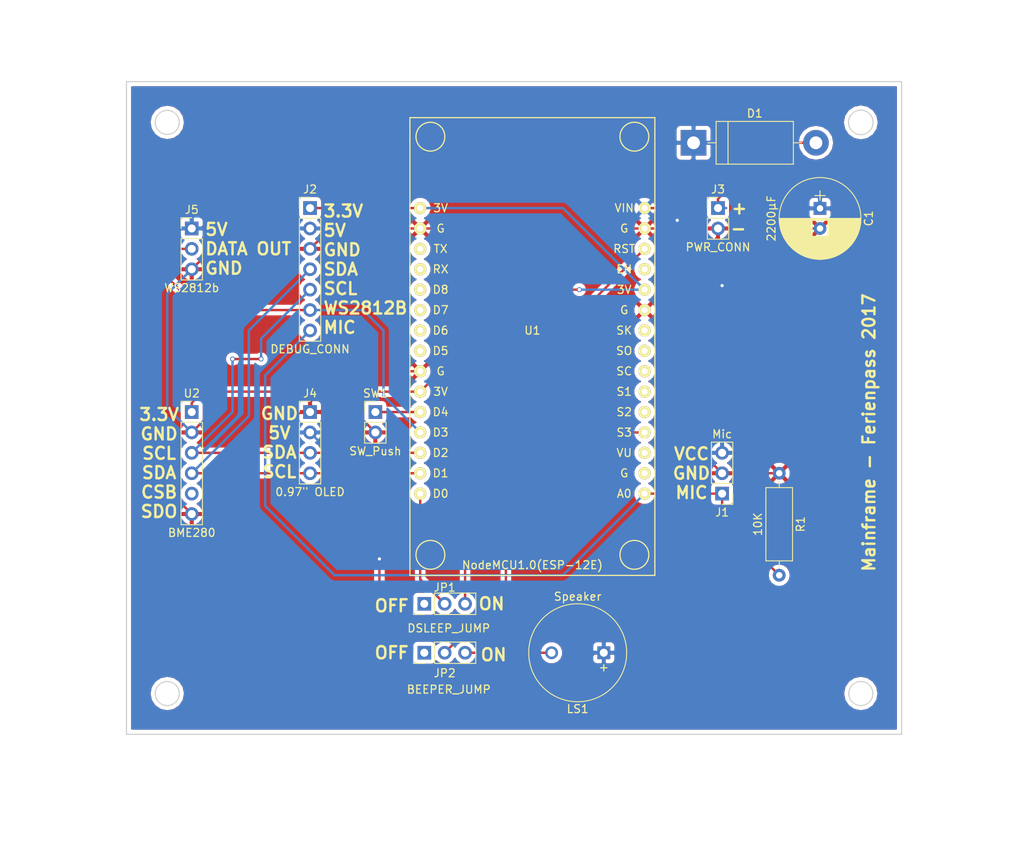
<source format=kicad_pcb>
(kicad_pcb (version 4) (host pcbnew 4.0.6)

  (general
    (links 41)
    (no_connects 0)
    (area 4.572 5.08 132.31 112.268001)
    (thickness 1.6)
    (drawings 22)
    (tracks 126)
    (zones 0)
    (modules 14)
    (nets 31)
  )

  (page A4)
  (layers
    (0 F.Cu signal)
    (31 B.Cu signal)
    (32 B.Adhes user)
    (33 F.Adhes user)
    (34 B.Paste user)
    (35 F.Paste user)
    (36 B.SilkS user)
    (37 F.SilkS user)
    (38 B.Mask user)
    (39 F.Mask user)
    (40 Dwgs.User user)
    (41 Cmts.User user)
    (42 Eco1.User user)
    (43 Eco2.User user)
    (44 Edge.Cuts user)
    (45 Margin user)
    (46 B.CrtYd user)
    (47 F.CrtYd user)
    (48 B.Fab user)
    (49 F.Fab user)
  )

  (setup
    (last_trace_width 0.3)
    (trace_clearance 0.3)
    (zone_clearance 0.508)
    (zone_45_only no)
    (trace_min 0.3)
    (segment_width 0.2)
    (edge_width 0.15)
    (via_size 0.6)
    (via_drill 0.4)
    (via_min_size 0.4)
    (via_min_drill 0.3)
    (uvia_size 0.3)
    (uvia_drill 0.1)
    (uvias_allowed no)
    (uvia_min_size 0.2)
    (uvia_min_drill 0.1)
    (pcb_text_width 0.3)
    (pcb_text_size 1.5 1.5)
    (mod_edge_width 0.15)
    (mod_text_size 1 1)
    (mod_text_width 0.15)
    (pad_size 1.524 1.524)
    (pad_drill 0.762)
    (pad_to_mask_clearance 0.2)
    (aux_axis_origin 0 0)
    (visible_elements FFFFFF7F)
    (pcbplotparams
      (layerselection 0x010f0_80000001)
      (usegerberextensions true)
      (excludeedgelayer true)
      (linewidth 0.100000)
      (plotframeref false)
      (viasonmask false)
      (mode 1)
      (useauxorigin false)
      (hpglpennumber 1)
      (hpglpenspeed 20)
      (hpglpendiameter 15)
      (hpglpenoverlay 2)
      (psnegative false)
      (psa4output false)
      (plotreference true)
      (plotvalue true)
      (plotinvisibletext false)
      (padsonsilk false)
      (subtractmaskfromsilk false)
      (outputformat 1)
      (mirror false)
      (drillshape 0)
      (scaleselection 1)
      (outputdirectory elecrow-export/))
  )

  (net 0 "")
  (net 1 MIC)
  (net 2 GND)
  (net 3 +3V3)
  (net 4 VCC)
  (net 5 SDA)
  (net 6 SCL)
  (net 7 WS2812b)
  (net 8 "Net-(JP1-Pad1)")
  (net 9 D0)
  (net 10 "Net-(JP1-Pad3)")
  (net 11 "Net-(JP2-Pad1)")
  (net 12 SD3)
  (net 13 "Net-(JP2-Pad3)")
  (net 14 "Net-(SW1-Pad1)")
  (net 15 "Net-(U1-Pad2)")
  (net 16 "Net-(U1-Pad3)")
  (net 17 "Net-(U1-Pad5)")
  (net 18 "Net-(U1-Pad6)")
  (net 19 "Net-(U1-Pad7)")
  (net 20 "Net-(U1-Pad8)")
  (net 21 "Net-(U1-Pad9)")
  (net 22 "Net-(U1-Pad12)")
  (net 23 "Net-(U1-Pad18)")
  (net 24 "Net-(U1-Pad19)")
  (net 25 "Net-(U1-Pad20)")
  (net 26 "Net-(U1-Pad21)")
  (net 27 "Net-(U1-Pad22)")
  (net 28 "Net-(U1-Pad23)")
  (net 29 "Net-(U2-Pad5)")
  (net 30 "Net-(D1-Pad2)")

  (net_class Default "Dies ist die voreingestellte Netzklasse."
    (clearance 0.3)
    (trace_width 0.3)
    (via_dia 0.6)
    (via_drill 0.4)
    (uvia_dia 0.3)
    (uvia_drill 0.1)
    (add_net +3V3)
    (add_net D0)
    (add_net GND)
    (add_net MIC)
    (add_net "Net-(D1-Pad2)")
    (add_net "Net-(JP1-Pad1)")
    (add_net "Net-(JP1-Pad3)")
    (add_net "Net-(JP2-Pad1)")
    (add_net "Net-(JP2-Pad3)")
    (add_net "Net-(SW1-Pad1)")
    (add_net "Net-(U1-Pad12)")
    (add_net "Net-(U1-Pad18)")
    (add_net "Net-(U1-Pad19)")
    (add_net "Net-(U1-Pad2)")
    (add_net "Net-(U1-Pad20)")
    (add_net "Net-(U1-Pad21)")
    (add_net "Net-(U1-Pad22)")
    (add_net "Net-(U1-Pad23)")
    (add_net "Net-(U1-Pad3)")
    (add_net "Net-(U1-Pad5)")
    (add_net "Net-(U1-Pad6)")
    (add_net "Net-(U1-Pad7)")
    (add_net "Net-(U1-Pad8)")
    (add_net "Net-(U1-Pad9)")
    (add_net "Net-(U2-Pad5)")
    (add_net SCL)
    (add_net SD3)
    (add_net SDA)
    (add_net VCC)
    (add_net WS2812b)
  )

  (module Capacitors_THT:CP_Radial_D10.0mm_P2.50mm (layer F.Cu) (tedit 591B87B9) (tstamp 591B6E45)
    (at 106.68 31.028 270)
    (descr "CP, Radial series, Radial, pin pitch=2.50mm, , diameter=10mm, Electrolytic Capacitor")
    (tags "CP Radial series Radial pin pitch 2.50mm  diameter 10mm Electrolytic Capacitor")
    (path /591B62B8)
    (fp_text reference C1 (at 1.25 -6.06 270) (layer F.SilkS)
      (effects (font (size 1 1) (thickness 0.15)))
    )
    (fp_text value 2200µF (at 1.25 6.06 270) (layer F.SilkS)
      (effects (font (size 1 1) (thickness 0.15)))
    )
    (fp_circle (center 1.25 0) (end 6.25 0) (layer F.Fab) (width 0.1))
    (fp_circle (center 1.25 0) (end 6.34 0) (layer F.SilkS) (width 0.12))
    (fp_line (start -2.2 0) (end -1 0) (layer F.Fab) (width 0.1))
    (fp_line (start -1.6 -0.65) (end -1.6 0.65) (layer F.Fab) (width 0.1))
    (fp_line (start 1.25 -5.05) (end 1.25 5.05) (layer F.SilkS) (width 0.12))
    (fp_line (start 1.29 -5.05) (end 1.29 5.05) (layer F.SilkS) (width 0.12))
    (fp_line (start 1.33 -5.05) (end 1.33 5.05) (layer F.SilkS) (width 0.12))
    (fp_line (start 1.37 -5.049) (end 1.37 5.049) (layer F.SilkS) (width 0.12))
    (fp_line (start 1.41 -5.048) (end 1.41 5.048) (layer F.SilkS) (width 0.12))
    (fp_line (start 1.45 -5.047) (end 1.45 5.047) (layer F.SilkS) (width 0.12))
    (fp_line (start 1.49 -5.045) (end 1.49 5.045) (layer F.SilkS) (width 0.12))
    (fp_line (start 1.53 -5.043) (end 1.53 -0.98) (layer F.SilkS) (width 0.12))
    (fp_line (start 1.53 0.98) (end 1.53 5.043) (layer F.SilkS) (width 0.12))
    (fp_line (start 1.57 -5.04) (end 1.57 -0.98) (layer F.SilkS) (width 0.12))
    (fp_line (start 1.57 0.98) (end 1.57 5.04) (layer F.SilkS) (width 0.12))
    (fp_line (start 1.61 -5.038) (end 1.61 -0.98) (layer F.SilkS) (width 0.12))
    (fp_line (start 1.61 0.98) (end 1.61 5.038) (layer F.SilkS) (width 0.12))
    (fp_line (start 1.65 -5.035) (end 1.65 -0.98) (layer F.SilkS) (width 0.12))
    (fp_line (start 1.65 0.98) (end 1.65 5.035) (layer F.SilkS) (width 0.12))
    (fp_line (start 1.69 -5.031) (end 1.69 -0.98) (layer F.SilkS) (width 0.12))
    (fp_line (start 1.69 0.98) (end 1.69 5.031) (layer F.SilkS) (width 0.12))
    (fp_line (start 1.73 -5.028) (end 1.73 -0.98) (layer F.SilkS) (width 0.12))
    (fp_line (start 1.73 0.98) (end 1.73 5.028) (layer F.SilkS) (width 0.12))
    (fp_line (start 1.77 -5.024) (end 1.77 -0.98) (layer F.SilkS) (width 0.12))
    (fp_line (start 1.77 0.98) (end 1.77 5.024) (layer F.SilkS) (width 0.12))
    (fp_line (start 1.81 -5.02) (end 1.81 -0.98) (layer F.SilkS) (width 0.12))
    (fp_line (start 1.81 0.98) (end 1.81 5.02) (layer F.SilkS) (width 0.12))
    (fp_line (start 1.85 -5.015) (end 1.85 -0.98) (layer F.SilkS) (width 0.12))
    (fp_line (start 1.85 0.98) (end 1.85 5.015) (layer F.SilkS) (width 0.12))
    (fp_line (start 1.89 -5.01) (end 1.89 -0.98) (layer F.SilkS) (width 0.12))
    (fp_line (start 1.89 0.98) (end 1.89 5.01) (layer F.SilkS) (width 0.12))
    (fp_line (start 1.93 -5.005) (end 1.93 -0.98) (layer F.SilkS) (width 0.12))
    (fp_line (start 1.93 0.98) (end 1.93 5.005) (layer F.SilkS) (width 0.12))
    (fp_line (start 1.971 -4.999) (end 1.971 -0.98) (layer F.SilkS) (width 0.12))
    (fp_line (start 1.971 0.98) (end 1.971 4.999) (layer F.SilkS) (width 0.12))
    (fp_line (start 2.011 -4.993) (end 2.011 -0.98) (layer F.SilkS) (width 0.12))
    (fp_line (start 2.011 0.98) (end 2.011 4.993) (layer F.SilkS) (width 0.12))
    (fp_line (start 2.051 -4.987) (end 2.051 -0.98) (layer F.SilkS) (width 0.12))
    (fp_line (start 2.051 0.98) (end 2.051 4.987) (layer F.SilkS) (width 0.12))
    (fp_line (start 2.091 -4.981) (end 2.091 -0.98) (layer F.SilkS) (width 0.12))
    (fp_line (start 2.091 0.98) (end 2.091 4.981) (layer F.SilkS) (width 0.12))
    (fp_line (start 2.131 -4.974) (end 2.131 -0.98) (layer F.SilkS) (width 0.12))
    (fp_line (start 2.131 0.98) (end 2.131 4.974) (layer F.SilkS) (width 0.12))
    (fp_line (start 2.171 -4.967) (end 2.171 -0.98) (layer F.SilkS) (width 0.12))
    (fp_line (start 2.171 0.98) (end 2.171 4.967) (layer F.SilkS) (width 0.12))
    (fp_line (start 2.211 -4.959) (end 2.211 -0.98) (layer F.SilkS) (width 0.12))
    (fp_line (start 2.211 0.98) (end 2.211 4.959) (layer F.SilkS) (width 0.12))
    (fp_line (start 2.251 -4.951) (end 2.251 -0.98) (layer F.SilkS) (width 0.12))
    (fp_line (start 2.251 0.98) (end 2.251 4.951) (layer F.SilkS) (width 0.12))
    (fp_line (start 2.291 -4.943) (end 2.291 -0.98) (layer F.SilkS) (width 0.12))
    (fp_line (start 2.291 0.98) (end 2.291 4.943) (layer F.SilkS) (width 0.12))
    (fp_line (start 2.331 -4.935) (end 2.331 -0.98) (layer F.SilkS) (width 0.12))
    (fp_line (start 2.331 0.98) (end 2.331 4.935) (layer F.SilkS) (width 0.12))
    (fp_line (start 2.371 -4.926) (end 2.371 -0.98) (layer F.SilkS) (width 0.12))
    (fp_line (start 2.371 0.98) (end 2.371 4.926) (layer F.SilkS) (width 0.12))
    (fp_line (start 2.411 -4.917) (end 2.411 -0.98) (layer F.SilkS) (width 0.12))
    (fp_line (start 2.411 0.98) (end 2.411 4.917) (layer F.SilkS) (width 0.12))
    (fp_line (start 2.451 -4.907) (end 2.451 -0.98) (layer F.SilkS) (width 0.12))
    (fp_line (start 2.451 0.98) (end 2.451 4.907) (layer F.SilkS) (width 0.12))
    (fp_line (start 2.491 -4.897) (end 2.491 -0.98) (layer F.SilkS) (width 0.12))
    (fp_line (start 2.491 0.98) (end 2.491 4.897) (layer F.SilkS) (width 0.12))
    (fp_line (start 2.531 -4.887) (end 2.531 -0.98) (layer F.SilkS) (width 0.12))
    (fp_line (start 2.531 0.98) (end 2.531 4.887) (layer F.SilkS) (width 0.12))
    (fp_line (start 2.571 -4.876) (end 2.571 -0.98) (layer F.SilkS) (width 0.12))
    (fp_line (start 2.571 0.98) (end 2.571 4.876) (layer F.SilkS) (width 0.12))
    (fp_line (start 2.611 -4.865) (end 2.611 -0.98) (layer F.SilkS) (width 0.12))
    (fp_line (start 2.611 0.98) (end 2.611 4.865) (layer F.SilkS) (width 0.12))
    (fp_line (start 2.651 -4.854) (end 2.651 -0.98) (layer F.SilkS) (width 0.12))
    (fp_line (start 2.651 0.98) (end 2.651 4.854) (layer F.SilkS) (width 0.12))
    (fp_line (start 2.691 -4.843) (end 2.691 -0.98) (layer F.SilkS) (width 0.12))
    (fp_line (start 2.691 0.98) (end 2.691 4.843) (layer F.SilkS) (width 0.12))
    (fp_line (start 2.731 -4.831) (end 2.731 -0.98) (layer F.SilkS) (width 0.12))
    (fp_line (start 2.731 0.98) (end 2.731 4.831) (layer F.SilkS) (width 0.12))
    (fp_line (start 2.771 -4.818) (end 2.771 -0.98) (layer F.SilkS) (width 0.12))
    (fp_line (start 2.771 0.98) (end 2.771 4.818) (layer F.SilkS) (width 0.12))
    (fp_line (start 2.811 -4.806) (end 2.811 -0.98) (layer F.SilkS) (width 0.12))
    (fp_line (start 2.811 0.98) (end 2.811 4.806) (layer F.SilkS) (width 0.12))
    (fp_line (start 2.851 -4.792) (end 2.851 -0.98) (layer F.SilkS) (width 0.12))
    (fp_line (start 2.851 0.98) (end 2.851 4.792) (layer F.SilkS) (width 0.12))
    (fp_line (start 2.891 -4.779) (end 2.891 -0.98) (layer F.SilkS) (width 0.12))
    (fp_line (start 2.891 0.98) (end 2.891 4.779) (layer F.SilkS) (width 0.12))
    (fp_line (start 2.931 -4.765) (end 2.931 -0.98) (layer F.SilkS) (width 0.12))
    (fp_line (start 2.931 0.98) (end 2.931 4.765) (layer F.SilkS) (width 0.12))
    (fp_line (start 2.971 -4.751) (end 2.971 -0.98) (layer F.SilkS) (width 0.12))
    (fp_line (start 2.971 0.98) (end 2.971 4.751) (layer F.SilkS) (width 0.12))
    (fp_line (start 3.011 -4.737) (end 3.011 -0.98) (layer F.SilkS) (width 0.12))
    (fp_line (start 3.011 0.98) (end 3.011 4.737) (layer F.SilkS) (width 0.12))
    (fp_line (start 3.051 -4.722) (end 3.051 -0.98) (layer F.SilkS) (width 0.12))
    (fp_line (start 3.051 0.98) (end 3.051 4.722) (layer F.SilkS) (width 0.12))
    (fp_line (start 3.091 -4.706) (end 3.091 -0.98) (layer F.SilkS) (width 0.12))
    (fp_line (start 3.091 0.98) (end 3.091 4.706) (layer F.SilkS) (width 0.12))
    (fp_line (start 3.131 -4.691) (end 3.131 -0.98) (layer F.SilkS) (width 0.12))
    (fp_line (start 3.131 0.98) (end 3.131 4.691) (layer F.SilkS) (width 0.12))
    (fp_line (start 3.171 -4.674) (end 3.171 -0.98) (layer F.SilkS) (width 0.12))
    (fp_line (start 3.171 0.98) (end 3.171 4.674) (layer F.SilkS) (width 0.12))
    (fp_line (start 3.211 -4.658) (end 3.211 -0.98) (layer F.SilkS) (width 0.12))
    (fp_line (start 3.211 0.98) (end 3.211 4.658) (layer F.SilkS) (width 0.12))
    (fp_line (start 3.251 -4.641) (end 3.251 -0.98) (layer F.SilkS) (width 0.12))
    (fp_line (start 3.251 0.98) (end 3.251 4.641) (layer F.SilkS) (width 0.12))
    (fp_line (start 3.291 -4.624) (end 3.291 -0.98) (layer F.SilkS) (width 0.12))
    (fp_line (start 3.291 0.98) (end 3.291 4.624) (layer F.SilkS) (width 0.12))
    (fp_line (start 3.331 -4.606) (end 3.331 -0.98) (layer F.SilkS) (width 0.12))
    (fp_line (start 3.331 0.98) (end 3.331 4.606) (layer F.SilkS) (width 0.12))
    (fp_line (start 3.371 -4.588) (end 3.371 -0.98) (layer F.SilkS) (width 0.12))
    (fp_line (start 3.371 0.98) (end 3.371 4.588) (layer F.SilkS) (width 0.12))
    (fp_line (start 3.411 -4.569) (end 3.411 -0.98) (layer F.SilkS) (width 0.12))
    (fp_line (start 3.411 0.98) (end 3.411 4.569) (layer F.SilkS) (width 0.12))
    (fp_line (start 3.451 -4.55) (end 3.451 -0.98) (layer F.SilkS) (width 0.12))
    (fp_line (start 3.451 0.98) (end 3.451 4.55) (layer F.SilkS) (width 0.12))
    (fp_line (start 3.491 -4.531) (end 3.491 4.531) (layer F.SilkS) (width 0.12))
    (fp_line (start 3.531 -4.511) (end 3.531 4.511) (layer F.SilkS) (width 0.12))
    (fp_line (start 3.571 -4.491) (end 3.571 4.491) (layer F.SilkS) (width 0.12))
    (fp_line (start 3.611 -4.47) (end 3.611 4.47) (layer F.SilkS) (width 0.12))
    (fp_line (start 3.651 -4.449) (end 3.651 4.449) (layer F.SilkS) (width 0.12))
    (fp_line (start 3.691 -4.428) (end 3.691 4.428) (layer F.SilkS) (width 0.12))
    (fp_line (start 3.731 -4.405) (end 3.731 4.405) (layer F.SilkS) (width 0.12))
    (fp_line (start 3.771 -4.383) (end 3.771 4.383) (layer F.SilkS) (width 0.12))
    (fp_line (start 3.811 -4.36) (end 3.811 4.36) (layer F.SilkS) (width 0.12))
    (fp_line (start 3.851 -4.336) (end 3.851 4.336) (layer F.SilkS) (width 0.12))
    (fp_line (start 3.891 -4.312) (end 3.891 4.312) (layer F.SilkS) (width 0.12))
    (fp_line (start 3.931 -4.288) (end 3.931 4.288) (layer F.SilkS) (width 0.12))
    (fp_line (start 3.971 -4.263) (end 3.971 4.263) (layer F.SilkS) (width 0.12))
    (fp_line (start 4.011 -4.237) (end 4.011 4.237) (layer F.SilkS) (width 0.12))
    (fp_line (start 4.051 -4.211) (end 4.051 4.211) (layer F.SilkS) (width 0.12))
    (fp_line (start 4.091 -4.185) (end 4.091 4.185) (layer F.SilkS) (width 0.12))
    (fp_line (start 4.131 -4.157) (end 4.131 4.157) (layer F.SilkS) (width 0.12))
    (fp_line (start 4.171 -4.13) (end 4.171 4.13) (layer F.SilkS) (width 0.12))
    (fp_line (start 4.211 -4.101) (end 4.211 4.101) (layer F.SilkS) (width 0.12))
    (fp_line (start 4.251 -4.072) (end 4.251 4.072) (layer F.SilkS) (width 0.12))
    (fp_line (start 4.291 -4.043) (end 4.291 4.043) (layer F.SilkS) (width 0.12))
    (fp_line (start 4.331 -4.013) (end 4.331 4.013) (layer F.SilkS) (width 0.12))
    (fp_line (start 4.371 -3.982) (end 4.371 3.982) (layer F.SilkS) (width 0.12))
    (fp_line (start 4.411 -3.951) (end 4.411 3.951) (layer F.SilkS) (width 0.12))
    (fp_line (start 4.451 -3.919) (end 4.451 3.919) (layer F.SilkS) (width 0.12))
    (fp_line (start 4.491 -3.886) (end 4.491 3.886) (layer F.SilkS) (width 0.12))
    (fp_line (start 4.531 -3.853) (end 4.531 3.853) (layer F.SilkS) (width 0.12))
    (fp_line (start 4.571 -3.819) (end 4.571 3.819) (layer F.SilkS) (width 0.12))
    (fp_line (start 4.611 -3.784) (end 4.611 3.784) (layer F.SilkS) (width 0.12))
    (fp_line (start 4.651 -3.748) (end 4.651 3.748) (layer F.SilkS) (width 0.12))
    (fp_line (start 4.691 -3.712) (end 4.691 3.712) (layer F.SilkS) (width 0.12))
    (fp_line (start 4.731 -3.675) (end 4.731 3.675) (layer F.SilkS) (width 0.12))
    (fp_line (start 4.771 -3.637) (end 4.771 3.637) (layer F.SilkS) (width 0.12))
    (fp_line (start 4.811 -3.598) (end 4.811 3.598) (layer F.SilkS) (width 0.12))
    (fp_line (start 4.851 -3.559) (end 4.851 3.559) (layer F.SilkS) (width 0.12))
    (fp_line (start 4.891 -3.518) (end 4.891 3.518) (layer F.SilkS) (width 0.12))
    (fp_line (start 4.931 -3.477) (end 4.931 3.477) (layer F.SilkS) (width 0.12))
    (fp_line (start 4.971 -3.435) (end 4.971 3.435) (layer F.SilkS) (width 0.12))
    (fp_line (start 5.011 -3.391) (end 5.011 3.391) (layer F.SilkS) (width 0.12))
    (fp_line (start 5.051 -3.347) (end 5.051 3.347) (layer F.SilkS) (width 0.12))
    (fp_line (start 5.091 -3.302) (end 5.091 3.302) (layer F.SilkS) (width 0.12))
    (fp_line (start 5.131 -3.255) (end 5.131 3.255) (layer F.SilkS) (width 0.12))
    (fp_line (start 5.171 -3.207) (end 5.171 3.207) (layer F.SilkS) (width 0.12))
    (fp_line (start 5.211 -3.158) (end 5.211 3.158) (layer F.SilkS) (width 0.12))
    (fp_line (start 5.251 -3.108) (end 5.251 3.108) (layer F.SilkS) (width 0.12))
    (fp_line (start 5.291 -3.057) (end 5.291 3.057) (layer F.SilkS) (width 0.12))
    (fp_line (start 5.331 -3.004) (end 5.331 3.004) (layer F.SilkS) (width 0.12))
    (fp_line (start 5.371 -2.949) (end 5.371 2.949) (layer F.SilkS) (width 0.12))
    (fp_line (start 5.411 -2.894) (end 5.411 2.894) (layer F.SilkS) (width 0.12))
    (fp_line (start 5.451 -2.836) (end 5.451 2.836) (layer F.SilkS) (width 0.12))
    (fp_line (start 5.491 -2.777) (end 5.491 2.777) (layer F.SilkS) (width 0.12))
    (fp_line (start 5.531 -2.715) (end 5.531 2.715) (layer F.SilkS) (width 0.12))
    (fp_line (start 5.571 -2.652) (end 5.571 2.652) (layer F.SilkS) (width 0.12))
    (fp_line (start 5.611 -2.587) (end 5.611 2.587) (layer F.SilkS) (width 0.12))
    (fp_line (start 5.651 -2.519) (end 5.651 2.519) (layer F.SilkS) (width 0.12))
    (fp_line (start 5.691 -2.449) (end 5.691 2.449) (layer F.SilkS) (width 0.12))
    (fp_line (start 5.731 -2.377) (end 5.731 2.377) (layer F.SilkS) (width 0.12))
    (fp_line (start 5.771 -2.301) (end 5.771 2.301) (layer F.SilkS) (width 0.12))
    (fp_line (start 5.811 -2.222) (end 5.811 2.222) (layer F.SilkS) (width 0.12))
    (fp_line (start 5.851 -2.14) (end 5.851 2.14) (layer F.SilkS) (width 0.12))
    (fp_line (start 5.891 -2.053) (end 5.891 2.053) (layer F.SilkS) (width 0.12))
    (fp_line (start 5.931 -1.962) (end 5.931 1.962) (layer F.SilkS) (width 0.12))
    (fp_line (start 5.971 -1.866) (end 5.971 1.866) (layer F.SilkS) (width 0.12))
    (fp_line (start 6.011 -1.763) (end 6.011 1.763) (layer F.SilkS) (width 0.12))
    (fp_line (start 6.051 -1.654) (end 6.051 1.654) (layer F.SilkS) (width 0.12))
    (fp_line (start 6.091 -1.536) (end 6.091 1.536) (layer F.SilkS) (width 0.12))
    (fp_line (start 6.131 -1.407) (end 6.131 1.407) (layer F.SilkS) (width 0.12))
    (fp_line (start 6.171 -1.265) (end 6.171 1.265) (layer F.SilkS) (width 0.12))
    (fp_line (start 6.211 -1.104) (end 6.211 1.104) (layer F.SilkS) (width 0.12))
    (fp_line (start 6.251 -0.913) (end 6.251 0.913) (layer F.SilkS) (width 0.12))
    (fp_line (start 6.291 -0.672) (end 6.291 0.672) (layer F.SilkS) (width 0.12))
    (fp_line (start 6.331 -0.279) (end 6.331 0.279) (layer F.SilkS) (width 0.12))
    (fp_line (start -2.2 0) (end -1 0) (layer F.SilkS) (width 0.12))
    (fp_line (start -1.6 -0.65) (end -1.6 0.65) (layer F.SilkS) (width 0.12))
    (fp_line (start -4.1 -5.35) (end -4.1 5.35) (layer F.CrtYd) (width 0.05))
    (fp_line (start -4.1 5.35) (end 6.6 5.35) (layer F.CrtYd) (width 0.05))
    (fp_line (start 6.6 5.35) (end 6.6 -5.35) (layer F.CrtYd) (width 0.05))
    (fp_line (start 6.6 -5.35) (end -4.1 -5.35) (layer F.CrtYd) (width 0.05))
    (pad 1 thru_hole rect (at 0 0 270) (size 1.6 1.6) (drill 0.8) (layers *.Cu *.Mask)
      (net 4 VCC))
    (pad 2 thru_hole circle (at 2.5 0 270) (size 1.6 1.6) (drill 0.8) (layers *.Cu *.Mask)
      (net 2 GND))
    (model Capacitors_THT.3dshapes/CP_Radial_D10.0mm_P2.50mm.wrl
      (at (xyz 0 0 0))
      (scale (xyz 0.393701 0.393701 0.393701))
      (rotate (xyz 0 0 0))
    )
  )

  (module "ESP8266:NodeMCU1.0(12-E)" (layer F.Cu) (tedit 591B8796) (tstamp 591B6F64)
    (at 70.866 46.228 180)
    (path /58E915A2)
    (fp_text reference U1 (at 0 0 180) (layer F.SilkS)
      (effects (font (size 1 1) (thickness 0.15)))
    )
    (fp_text value "NodeMCU1.0(ESP-12E)" (at 0 -29.21 180) (layer F.SilkS)
      (effects (font (size 1 1) (thickness 0.15)))
    )
    (fp_text user VIN (at -11.43 15.24 180) (layer F.SilkS)
      (effects (font (size 1 1) (thickness 0.15)))
    )
    (fp_text user G (at -11.43 12.7 180) (layer F.SilkS)
      (effects (font (size 1 1) (thickness 0.15)))
    )
    (fp_text user RST (at -11.43 10.16 180) (layer F.SilkS)
      (effects (font (size 1 1) (thickness 0.15)))
    )
    (fp_text user EN (at -11.43 7.62 180) (layer F.SilkS)
      (effects (font (size 1 1) (thickness 0.15)))
    )
    (fp_text user 3V (at -11.43 5.08 180) (layer F.SilkS)
      (effects (font (size 1 1) (thickness 0.15)))
    )
    (fp_text user G (at -11.43 2.54 180) (layer F.SilkS)
      (effects (font (size 1 1) (thickness 0.15)))
    )
    (fp_text user SK (at -11.43 0 180) (layer F.SilkS)
      (effects (font (size 1 1) (thickness 0.15)))
    )
    (fp_text user SO (at -11.43 -2.54 180) (layer F.SilkS)
      (effects (font (size 1 1) (thickness 0.15)))
    )
    (fp_text user SC (at -11.43 -5.08 180) (layer F.SilkS)
      (effects (font (size 1 1) (thickness 0.15)))
    )
    (fp_text user S1 (at -11.43 -7.62 180) (layer F.SilkS)
      (effects (font (size 1 1) (thickness 0.15)))
    )
    (fp_text user S2 (at -11.43 -10.16 180) (layer F.SilkS)
      (effects (font (size 1 1) (thickness 0.15)))
    )
    (fp_text user S3 (at -11.43 -12.7 180) (layer F.SilkS)
      (effects (font (size 1 1) (thickness 0.15)))
    )
    (fp_text user VU (at -11.43 -15.24 180) (layer F.SilkS)
      (effects (font (size 1 1) (thickness 0.15)))
    )
    (fp_text user G (at -11.43 -17.78 180) (layer F.SilkS)
      (effects (font (size 1 1) (thickness 0.15)))
    )
    (fp_text user A0 (at -11.43 -20.32 180) (layer F.SilkS)
      (effects (font (size 1 1) (thickness 0.15)))
    )
    (fp_text user 3V (at 11.43 15.24 180) (layer F.SilkS)
      (effects (font (size 1 1) (thickness 0.15)))
    )
    (fp_text user G (at 11.43 12.7 180) (layer F.SilkS)
      (effects (font (size 1 1) (thickness 0.15)))
    )
    (fp_text user TX (at 11.43 10.16 180) (layer F.SilkS)
      (effects (font (size 1 1) (thickness 0.15)))
    )
    (fp_text user RX (at 11.43 7.62 180) (layer F.SilkS)
      (effects (font (size 1 1) (thickness 0.15)))
    )
    (fp_text user D8 (at 11.43 5.08 180) (layer F.SilkS)
      (effects (font (size 1 1) (thickness 0.15)))
    )
    (fp_text user D7 (at 11.43 2.54 180) (layer F.SilkS)
      (effects (font (size 1 1) (thickness 0.15)))
    )
    (fp_text user D6 (at 11.43 0 180) (layer F.SilkS)
      (effects (font (size 1 1) (thickness 0.15)))
    )
    (fp_text user D5 (at 11.43 -2.54 180) (layer F.SilkS)
      (effects (font (size 1 1) (thickness 0.15)))
    )
    (fp_text user G (at 11.43 -5.08 180) (layer F.SilkS)
      (effects (font (size 1 1) (thickness 0.15)))
    )
    (fp_text user 3V (at 11.43 -7.62 180) (layer F.SilkS)
      (effects (font (size 1 1) (thickness 0.15)))
    )
    (fp_text user D4 (at 11.43 -10.16 180) (layer F.SilkS)
      (effects (font (size 1 1) (thickness 0.15)))
    )
    (fp_text user D3 (at 11.43 -12.7 180) (layer F.SilkS)
      (effects (font (size 1 1) (thickness 0.15)))
    )
    (fp_text user D2 (at 11.43 -15.24 180) (layer F.SilkS)
      (effects (font (size 1 1) (thickness 0.15)))
    )
    (fp_text user D1 (at 11.43 -17.78 180) (layer F.SilkS)
      (effects (font (size 1 1) (thickness 0.15)))
    )
    (fp_text user D0 (at 11.43 -20.32 180) (layer F.SilkS)
      (effects (font (size 1 1) (thickness 0.15)))
    )
    (fp_circle (center 12.7 24.13) (end 13.97 22.86) (layer F.SilkS) (width 0.15))
    (fp_circle (center -12.7 24.13) (end -11.43 22.86) (layer F.SilkS) (width 0.15))
    (fp_circle (center -12.7 -27.94) (end -11.43 -29.21) (layer F.SilkS) (width 0.15))
    (fp_circle (center 12.7 -27.94) (end 13.97 -29.21) (layer F.SilkS) (width 0.15))
    (fp_line (start 15.25 -30.5) (end -14.75 -30.5) (layer F.SilkS) (width 0.15))
    (fp_line (start -14.75 -30.5) (end -15.25 -30.5) (layer F.SilkS) (width 0.15))
    (fp_line (start -15.25 -30.5) (end -15.25 26.5) (layer F.SilkS) (width 0.15))
    (fp_line (start -15.25 26.5) (end 15.25 26.5) (layer F.SilkS) (width 0.15))
    (fp_line (start 15.25 26.5) (end 15.25 -30.5) (layer F.SilkS) (width 0.15))
    (pad 1 thru_hole circle (at -13.97 -20.32 180) (size 1.524 1.524) (drill 0.762) (layers *.Cu *.Mask F.SilkS)
      (net 1 MIC))
    (pad 2 thru_hole circle (at -13.97 -17.78 180) (size 1.524 1.524) (drill 0.762) (layers *.Cu *.Mask F.SilkS)
      (net 15 "Net-(U1-Pad2)"))
    (pad 3 thru_hole circle (at -13.97 -15.24 180) (size 1.524 1.524) (drill 0.762) (layers *.Cu *.Mask F.SilkS)
      (net 16 "Net-(U1-Pad3)"))
    (pad 4 thru_hole circle (at -13.97 -12.7 180) (size 1.524 1.524) (drill 0.762) (layers *.Cu *.Mask F.SilkS)
      (net 12 SD3))
    (pad 5 thru_hole circle (at -13.97 -10.16 180) (size 1.524 1.524) (drill 0.762) (layers *.Cu *.Mask F.SilkS)
      (net 17 "Net-(U1-Pad5)"))
    (pad 6 thru_hole circle (at -13.97 -7.62 180) (size 1.524 1.524) (drill 0.762) (layers *.Cu *.Mask F.SilkS)
      (net 18 "Net-(U1-Pad6)"))
    (pad 7 thru_hole circle (at -13.97 -5.08 180) (size 1.524 1.524) (drill 0.762) (layers *.Cu *.Mask F.SilkS)
      (net 19 "Net-(U1-Pad7)"))
    (pad 8 thru_hole circle (at -13.97 -2.54 180) (size 1.524 1.524) (drill 0.762) (layers *.Cu *.Mask F.SilkS)
      (net 20 "Net-(U1-Pad8)"))
    (pad 9 thru_hole circle (at -13.97 0 180) (size 1.524 1.524) (drill 0.762) (layers *.Cu *.Mask F.SilkS)
      (net 21 "Net-(U1-Pad9)"))
    (pad 10 thru_hole circle (at -13.97 2.54 180) (size 1.524 1.524) (drill 0.762) (layers *.Cu *.Mask F.SilkS)
      (net 2 GND))
    (pad 11 thru_hole circle (at -13.97 5.08 180) (size 1.524 1.524) (drill 0.762) (layers *.Cu *.Mask F.SilkS)
      (net 3 +3V3))
    (pad 12 thru_hole circle (at -13.97 7.62 180) (size 1.524 1.524) (drill 0.762) (layers *.Cu *.Mask F.SilkS)
      (net 22 "Net-(U1-Pad12)"))
    (pad 13 thru_hole circle (at -13.97 10.16 180) (size 1.524 1.524) (drill 0.762) (layers *.Cu *.Mask F.SilkS)
      (net 10 "Net-(JP1-Pad3)"))
    (pad 14 thru_hole circle (at -13.97 12.7 180) (size 1.524 1.524) (drill 0.762) (layers *.Cu *.Mask F.SilkS)
      (net 2 GND))
    (pad 15 thru_hole circle (at -13.97 15.24 180) (size 1.524 1.524) (drill 0.762) (layers *.Cu *.Mask F.SilkS)
      (net 4 VCC))
    (pad 16 thru_hole circle (at 13.97 15.24 180) (size 1.524 1.524) (drill 0.762) (layers *.Cu *.Mask F.SilkS)
      (net 3 +3V3))
    (pad 17 thru_hole circle (at 13.97 12.7 180) (size 1.524 1.524) (drill 0.762) (layers *.Cu *.Mask F.SilkS)
      (net 2 GND))
    (pad 18 thru_hole circle (at 13.97 10.16 180) (size 1.524 1.524) (drill 0.762) (layers *.Cu *.Mask F.SilkS)
      (net 23 "Net-(U1-Pad18)"))
    (pad 19 thru_hole circle (at 13.97 7.62 180) (size 1.524 1.524) (drill 0.762) (layers *.Cu *.Mask F.SilkS)
      (net 24 "Net-(U1-Pad19)"))
    (pad 20 thru_hole circle (at 13.97 5.08 180) (size 1.524 1.524) (drill 0.762) (layers *.Cu *.Mask F.SilkS)
      (net 25 "Net-(U1-Pad20)"))
    (pad 21 thru_hole circle (at 13.97 2.54 180) (size 1.524 1.524) (drill 0.762) (layers *.Cu *.Mask F.SilkS)
      (net 26 "Net-(U1-Pad21)"))
    (pad 22 thru_hole circle (at 13.97 0 180) (size 1.524 1.524) (drill 0.762) (layers *.Cu *.Mask F.SilkS)
      (net 27 "Net-(U1-Pad22)"))
    (pad 23 thru_hole circle (at 13.97 -2.54 180) (size 1.524 1.524) (drill 0.762) (layers *.Cu *.Mask F.SilkS)
      (net 28 "Net-(U1-Pad23)"))
    (pad 24 thru_hole circle (at 13.97 -5.08 180) (size 1.524 1.524) (drill 0.762) (layers *.Cu *.Mask F.SilkS)
      (net 2 GND))
    (pad 25 thru_hole circle (at 13.97 -7.62 180) (size 1.524 1.524) (drill 0.762) (layers *.Cu *.Mask F.SilkS)
      (net 3 +3V3))
    (pad 26 thru_hole circle (at 13.97 -10.16 180) (size 1.524 1.524) (drill 0.762) (layers *.Cu *.Mask F.SilkS)
      (net 14 "Net-(SW1-Pad1)"))
    (pad 27 thru_hole circle (at 13.97 -12.7 180) (size 1.524 1.524) (drill 0.762) (layers *.Cu *.Mask F.SilkS)
      (net 7 WS2812b))
    (pad 28 thru_hole circle (at 13.97 -15.24 180) (size 1.524 1.524) (drill 0.762) (layers *.Cu *.Mask F.SilkS)
      (net 6 SCL))
    (pad 29 thru_hole circle (at 13.97 -17.78 180) (size 1.524 1.524) (drill 0.762) (layers *.Cu *.Mask F.SilkS)
      (net 5 SDA))
    (pad 30 thru_hole circle (at 13.97 -20.32 180) (size 1.524 1.524) (drill 0.762) (layers *.Cu *.Mask F.SilkS)
      (net 9 D0))
  )

  (module Socket_Strips:Socket_Strip_Straight_1x03_Pitch2.54mm (layer F.Cu) (tedit 591B87AD) (tstamp 591B6E5B)
    (at 94.488 66.548 180)
    (descr "Through hole straight socket strip, 1x03, 2.54mm pitch, single row")
    (tags "Through hole socket strip THT 1x03 2.54mm single row")
    (path /591620B1)
    (fp_text reference J1 (at 0 -2.33 180) (layer F.SilkS)
      (effects (font (size 1 1) (thickness 0.15)))
    )
    (fp_text value Mic (at 0 7.41 180) (layer F.SilkS)
      (effects (font (size 1 1) (thickness 0.15)))
    )
    (fp_line (start -1.27 -1.27) (end -1.27 6.35) (layer F.Fab) (width 0.1))
    (fp_line (start -1.27 6.35) (end 1.27 6.35) (layer F.Fab) (width 0.1))
    (fp_line (start 1.27 6.35) (end 1.27 -1.27) (layer F.Fab) (width 0.1))
    (fp_line (start 1.27 -1.27) (end -1.27 -1.27) (layer F.Fab) (width 0.1))
    (fp_line (start -1.33 1.27) (end -1.33 6.41) (layer F.SilkS) (width 0.12))
    (fp_line (start -1.33 6.41) (end 1.33 6.41) (layer F.SilkS) (width 0.12))
    (fp_line (start 1.33 6.41) (end 1.33 1.27) (layer F.SilkS) (width 0.12))
    (fp_line (start 1.33 1.27) (end -1.33 1.27) (layer F.SilkS) (width 0.12))
    (fp_line (start -1.33 0) (end -1.33 -1.33) (layer F.SilkS) (width 0.12))
    (fp_line (start -1.33 -1.33) (end 0 -1.33) (layer F.SilkS) (width 0.12))
    (fp_line (start -1.8 -1.8) (end -1.8 6.85) (layer F.CrtYd) (width 0.05))
    (fp_line (start -1.8 6.85) (end 1.8 6.85) (layer F.CrtYd) (width 0.05))
    (fp_line (start 1.8 6.85) (end 1.8 -1.8) (layer F.CrtYd) (width 0.05))
    (fp_line (start 1.8 -1.8) (end -1.8 -1.8) (layer F.CrtYd) (width 0.05))
    (fp_text user %R (at 0 -2.33 180) (layer F.Fab)
      (effects (font (size 1 1) (thickness 0.15)))
    )
    (pad 1 thru_hole rect (at 0 0 180) (size 1.7 1.7) (drill 1) (layers *.Cu *.Mask)
      (net 1 MIC))
    (pad 2 thru_hole oval (at 0 2.54 180) (size 1.7 1.7) (drill 1) (layers *.Cu *.Mask)
      (net 2 GND))
    (pad 3 thru_hole oval (at 0 5.08 180) (size 1.7 1.7) (drill 1) (layers *.Cu *.Mask)
      (net 4 VCC))
    (model ${KISYS3DMOD}/Socket_Strips.3dshapes/Socket_Strip_Straight_1x03_Pitch2.54mm.wrl
      (at (xyz 0 -0.1 0))
      (scale (xyz 1 1 1))
      (rotate (xyz 0 0 270))
    )
  )

  (module Socket_Strips:Socket_Strip_Straight_1x07_Pitch2.54mm (layer F.Cu) (tedit 591B8761) (tstamp 591B6E75)
    (at 43.18 30.988)
    (descr "Through hole straight socket strip, 1x07, 2.54mm pitch, single row")
    (tags "Through hole socket strip THT 1x07 2.54mm single row")
    (path /591B6A5E)
    (fp_text reference J2 (at 0 -2.33) (layer F.SilkS)
      (effects (font (size 1 1) (thickness 0.15)))
    )
    (fp_text value DEBUG_CONN (at 0 17.57) (layer F.SilkS)
      (effects (font (size 1 1) (thickness 0.15)))
    )
    (fp_line (start -1.27 -1.27) (end -1.27 16.51) (layer F.Fab) (width 0.1))
    (fp_line (start -1.27 16.51) (end 1.27 16.51) (layer F.Fab) (width 0.1))
    (fp_line (start 1.27 16.51) (end 1.27 -1.27) (layer F.Fab) (width 0.1))
    (fp_line (start 1.27 -1.27) (end -1.27 -1.27) (layer F.Fab) (width 0.1))
    (fp_line (start -1.33 1.27) (end -1.33 16.57) (layer F.SilkS) (width 0.12))
    (fp_line (start -1.33 16.57) (end 1.33 16.57) (layer F.SilkS) (width 0.12))
    (fp_line (start 1.33 16.57) (end 1.33 1.27) (layer F.SilkS) (width 0.12))
    (fp_line (start 1.33 1.27) (end -1.33 1.27) (layer F.SilkS) (width 0.12))
    (fp_line (start -1.33 0) (end -1.33 -1.33) (layer F.SilkS) (width 0.12))
    (fp_line (start -1.33 -1.33) (end 0 -1.33) (layer F.SilkS) (width 0.12))
    (fp_line (start -1.8 -1.8) (end -1.8 17.05) (layer F.CrtYd) (width 0.05))
    (fp_line (start -1.8 17.05) (end 1.8 17.05) (layer F.CrtYd) (width 0.05))
    (fp_line (start 1.8 17.05) (end 1.8 -1.8) (layer F.CrtYd) (width 0.05))
    (fp_line (start 1.8 -1.8) (end -1.8 -1.8) (layer F.CrtYd) (width 0.05))
    (fp_text user %R (at 0 -2.33) (layer F.Fab)
      (effects (font (size 1 1) (thickness 0.15)))
    )
    (pad 1 thru_hole rect (at 0 0) (size 1.7 1.7) (drill 1) (layers *.Cu *.Mask)
      (net 3 +3V3))
    (pad 2 thru_hole oval (at 0 2.54) (size 1.7 1.7) (drill 1) (layers *.Cu *.Mask)
      (net 4 VCC))
    (pad 3 thru_hole oval (at 0 5.08) (size 1.7 1.7) (drill 1) (layers *.Cu *.Mask)
      (net 2 GND))
    (pad 4 thru_hole oval (at 0 7.62) (size 1.7 1.7) (drill 1) (layers *.Cu *.Mask)
      (net 5 SDA))
    (pad 5 thru_hole oval (at 0 10.16) (size 1.7 1.7) (drill 1) (layers *.Cu *.Mask)
      (net 6 SCL))
    (pad 6 thru_hole oval (at 0 12.7) (size 1.7 1.7) (drill 1) (layers *.Cu *.Mask)
      (net 7 WS2812b))
    (pad 7 thru_hole oval (at 0 15.24) (size 1.7 1.7) (drill 1) (layers *.Cu *.Mask)
      (net 1 MIC))
    (model ${KISYS3DMOD}/Socket_Strips.3dshapes/Socket_Strip_Straight_1x07_Pitch2.54mm.wrl
      (at (xyz 0 -0.3 0))
      (scale (xyz 1 1 1))
      (rotate (xyz 0 0 270))
    )
  )

  (module Pin_Headers:Pin_Header_Straight_1x02_Pitch2.54mm (layer F.Cu) (tedit 591B87B5) (tstamp 591B6E8A)
    (at 93.98 30.988)
    (descr "Through hole straight pin header, 1x02, 2.54mm pitch, single row")
    (tags "Through hole pin header THT 1x02 2.54mm single row")
    (path /591639C1)
    (fp_text reference J3 (at 0 -2.33) (layer F.SilkS)
      (effects (font (size 1 1) (thickness 0.15)))
    )
    (fp_text value PWR_CONN (at 0 4.87) (layer F.SilkS)
      (effects (font (size 1 1) (thickness 0.15)))
    )
    (fp_line (start -1.27 -1.27) (end -1.27 3.81) (layer F.Fab) (width 0.1))
    (fp_line (start -1.27 3.81) (end 1.27 3.81) (layer F.Fab) (width 0.1))
    (fp_line (start 1.27 3.81) (end 1.27 -1.27) (layer F.Fab) (width 0.1))
    (fp_line (start 1.27 -1.27) (end -1.27 -1.27) (layer F.Fab) (width 0.1))
    (fp_line (start -1.33 1.27) (end -1.33 3.87) (layer F.SilkS) (width 0.12))
    (fp_line (start -1.33 3.87) (end 1.33 3.87) (layer F.SilkS) (width 0.12))
    (fp_line (start 1.33 3.87) (end 1.33 1.27) (layer F.SilkS) (width 0.12))
    (fp_line (start 1.33 1.27) (end -1.33 1.27) (layer F.SilkS) (width 0.12))
    (fp_line (start -1.33 0) (end -1.33 -1.33) (layer F.SilkS) (width 0.12))
    (fp_line (start -1.33 -1.33) (end 0 -1.33) (layer F.SilkS) (width 0.12))
    (fp_line (start -1.8 -1.8) (end -1.8 4.35) (layer F.CrtYd) (width 0.05))
    (fp_line (start -1.8 4.35) (end 1.8 4.35) (layer F.CrtYd) (width 0.05))
    (fp_line (start 1.8 4.35) (end 1.8 -1.8) (layer F.CrtYd) (width 0.05))
    (fp_line (start 1.8 -1.8) (end -1.8 -1.8) (layer F.CrtYd) (width 0.05))
    (fp_text user %R (at 0 -2.33) (layer F.Fab)
      (effects (font (size 1 1) (thickness 0.15)))
    )
    (pad 1 thru_hole rect (at 0 0) (size 1.7 1.7) (drill 1) (layers *.Cu *.Mask)
      (net 30 "Net-(D1-Pad2)"))
    (pad 2 thru_hole oval (at 0 2.54) (size 1.7 1.7) (drill 1) (layers *.Cu *.Mask)
      (net 2 GND))
    (model ${KISYS3DMOD}/Pin_Headers.3dshapes/Pin_Header_Straight_1x02_Pitch2.54mm.wrl
      (at (xyz 0 -0.05 0))
      (scale (xyz 1 1 1))
      (rotate (xyz 0 0 90))
    )
  )

  (module Socket_Strips:Socket_Strip_Straight_1x04_Pitch2.54mm (layer F.Cu) (tedit 591B877F) (tstamp 591B6EA1)
    (at 43.18 56.388)
    (descr "Through hole straight socket strip, 1x04, 2.54mm pitch, single row")
    (tags "Through hole socket strip THT 1x04 2.54mm single row")
    (path /590CE438)
    (fp_text reference J4 (at 0 -2.33) (layer F.SilkS)
      (effects (font (size 1 1) (thickness 0.15)))
    )
    (fp_text value "0.97\" OLED" (at 0 9.95) (layer F.SilkS)
      (effects (font (size 1 1) (thickness 0.15)))
    )
    (fp_line (start -1.27 -1.27) (end -1.27 8.89) (layer F.Fab) (width 0.1))
    (fp_line (start -1.27 8.89) (end 1.27 8.89) (layer F.Fab) (width 0.1))
    (fp_line (start 1.27 8.89) (end 1.27 -1.27) (layer F.Fab) (width 0.1))
    (fp_line (start 1.27 -1.27) (end -1.27 -1.27) (layer F.Fab) (width 0.1))
    (fp_line (start -1.33 1.27) (end -1.33 8.95) (layer F.SilkS) (width 0.12))
    (fp_line (start -1.33 8.95) (end 1.33 8.95) (layer F.SilkS) (width 0.12))
    (fp_line (start 1.33 8.95) (end 1.33 1.27) (layer F.SilkS) (width 0.12))
    (fp_line (start 1.33 1.27) (end -1.33 1.27) (layer F.SilkS) (width 0.12))
    (fp_line (start -1.33 0) (end -1.33 -1.33) (layer F.SilkS) (width 0.12))
    (fp_line (start -1.33 -1.33) (end 0 -1.33) (layer F.SilkS) (width 0.12))
    (fp_line (start -1.8 -1.8) (end -1.8 9.4) (layer F.CrtYd) (width 0.05))
    (fp_line (start -1.8 9.4) (end 1.8 9.4) (layer F.CrtYd) (width 0.05))
    (fp_line (start 1.8 9.4) (end 1.8 -1.8) (layer F.CrtYd) (width 0.05))
    (fp_line (start 1.8 -1.8) (end -1.8 -1.8) (layer F.CrtYd) (width 0.05))
    (fp_text user %R (at 0 -2.33) (layer F.Fab)
      (effects (font (size 1 1) (thickness 0.15)))
    )
    (pad 1 thru_hole rect (at 0 0) (size 1.7 1.7) (drill 1) (layers *.Cu *.Mask)
      (net 2 GND))
    (pad 2 thru_hole oval (at 0 2.54) (size 1.7 1.7) (drill 1) (layers *.Cu *.Mask)
      (net 4 VCC))
    (pad 3 thru_hole oval (at 0 5.08) (size 1.7 1.7) (drill 1) (layers *.Cu *.Mask)
      (net 6 SCL))
    (pad 4 thru_hole oval (at 0 7.62) (size 1.7 1.7) (drill 1) (layers *.Cu *.Mask)
      (net 5 SDA))
    (model ${KISYS3DMOD}/Socket_Strips.3dshapes/Socket_Strip_Straight_1x04_Pitch2.54mm.wrl
      (at (xyz 0 -0.15 0))
      (scale (xyz 1 1 1))
      (rotate (xyz 0 0 270))
    )
  )

  (module Socket_Strips:Socket_Strip_Straight_1x03_Pitch2.54mm (layer F.Cu) (tedit 591B876B) (tstamp 591B6EB7)
    (at 28.448 33.528)
    (descr "Through hole straight socket strip, 1x03, 2.54mm pitch, single row")
    (tags "Through hole socket strip THT 1x03 2.54mm single row")
    (path /58F2695A)
    (fp_text reference J5 (at 0 -2.33) (layer F.SilkS)
      (effects (font (size 1 1) (thickness 0.15)))
    )
    (fp_text value WS2812b (at 0 7.41) (layer F.SilkS)
      (effects (font (size 1 1) (thickness 0.15)))
    )
    (fp_line (start -1.27 -1.27) (end -1.27 6.35) (layer F.Fab) (width 0.1))
    (fp_line (start -1.27 6.35) (end 1.27 6.35) (layer F.Fab) (width 0.1))
    (fp_line (start 1.27 6.35) (end 1.27 -1.27) (layer F.Fab) (width 0.1))
    (fp_line (start 1.27 -1.27) (end -1.27 -1.27) (layer F.Fab) (width 0.1))
    (fp_line (start -1.33 1.27) (end -1.33 6.41) (layer F.SilkS) (width 0.12))
    (fp_line (start -1.33 6.41) (end 1.33 6.41) (layer F.SilkS) (width 0.12))
    (fp_line (start 1.33 6.41) (end 1.33 1.27) (layer F.SilkS) (width 0.12))
    (fp_line (start 1.33 1.27) (end -1.33 1.27) (layer F.SilkS) (width 0.12))
    (fp_line (start -1.33 0) (end -1.33 -1.33) (layer F.SilkS) (width 0.12))
    (fp_line (start -1.33 -1.33) (end 0 -1.33) (layer F.SilkS) (width 0.12))
    (fp_line (start -1.8 -1.8) (end -1.8 6.85) (layer F.CrtYd) (width 0.05))
    (fp_line (start -1.8 6.85) (end 1.8 6.85) (layer F.CrtYd) (width 0.05))
    (fp_line (start 1.8 6.85) (end 1.8 -1.8) (layer F.CrtYd) (width 0.05))
    (fp_line (start 1.8 -1.8) (end -1.8 -1.8) (layer F.CrtYd) (width 0.05))
    (fp_text user %R (at 0 -2.33) (layer F.Fab)
      (effects (font (size 1 1) (thickness 0.15)))
    )
    (pad 1 thru_hole rect (at 0 0) (size 1.7 1.7) (drill 1) (layers *.Cu *.Mask)
      (net 4 VCC))
    (pad 2 thru_hole oval (at 0 2.54) (size 1.7 1.7) (drill 1) (layers *.Cu *.Mask)
      (net 7 WS2812b))
    (pad 3 thru_hole oval (at 0 5.08) (size 1.7 1.7) (drill 1) (layers *.Cu *.Mask)
      (net 2 GND))
    (model ${KISYS3DMOD}/Socket_Strips.3dshapes/Socket_Strip_Straight_1x03_Pitch2.54mm.wrl
      (at (xyz 0 -0.1 0))
      (scale (xyz 1 1 1))
      (rotate (xyz 0 0 270))
    )
  )

  (module Pin_Headers:Pin_Header_Straight_1x03_Pitch2.54mm (layer F.Cu) (tedit 591B878A) (tstamp 591B6ECD)
    (at 57.404 80.264 90)
    (descr "Through hole straight pin header, 1x03, 2.54mm pitch, single row")
    (tags "Through hole pin header THT 1x03 2.54mm single row")
    (path /59160600)
    (fp_text reference JP1 (at 2.032 2.54 180) (layer F.SilkS)
      (effects (font (size 1 1) (thickness 0.15)))
    )
    (fp_text value DSLEEP_JUMP (at -3.048 3.048 180) (layer F.SilkS)
      (effects (font (size 1 1) (thickness 0.15)))
    )
    (fp_line (start -1.27 -1.27) (end -1.27 6.35) (layer F.Fab) (width 0.1))
    (fp_line (start -1.27 6.35) (end 1.27 6.35) (layer F.Fab) (width 0.1))
    (fp_line (start 1.27 6.35) (end 1.27 -1.27) (layer F.Fab) (width 0.1))
    (fp_line (start 1.27 -1.27) (end -1.27 -1.27) (layer F.Fab) (width 0.1))
    (fp_line (start -1.33 1.27) (end -1.33 6.41) (layer F.SilkS) (width 0.12))
    (fp_line (start -1.33 6.41) (end 1.33 6.41) (layer F.SilkS) (width 0.12))
    (fp_line (start 1.33 6.41) (end 1.33 1.27) (layer F.SilkS) (width 0.12))
    (fp_line (start 1.33 1.27) (end -1.33 1.27) (layer F.SilkS) (width 0.12))
    (fp_line (start -1.33 0) (end -1.33 -1.33) (layer F.SilkS) (width 0.12))
    (fp_line (start -1.33 -1.33) (end 0 -1.33) (layer F.SilkS) (width 0.12))
    (fp_line (start -1.8 -1.8) (end -1.8 6.85) (layer F.CrtYd) (width 0.05))
    (fp_line (start -1.8 6.85) (end 1.8 6.85) (layer F.CrtYd) (width 0.05))
    (fp_line (start 1.8 6.85) (end 1.8 -1.8) (layer F.CrtYd) (width 0.05))
    (fp_line (start 1.8 -1.8) (end -1.8 -1.8) (layer F.CrtYd) (width 0.05))
    (fp_text user %R (at 0 -2.33 90) (layer F.Fab)
      (effects (font (size 1 1) (thickness 0.15)))
    )
    (pad 1 thru_hole rect (at 0 0 90) (size 1.7 1.7) (drill 1) (layers *.Cu *.Mask)
      (net 8 "Net-(JP1-Pad1)"))
    (pad 2 thru_hole oval (at 0 2.54 90) (size 1.7 1.7) (drill 1) (layers *.Cu *.Mask)
      (net 9 D0))
    (pad 3 thru_hole oval (at 0 5.08 90) (size 1.7 1.7) (drill 1) (layers *.Cu *.Mask)
      (net 10 "Net-(JP1-Pad3)"))
    (model ${KISYS3DMOD}/Pin_Headers.3dshapes/Pin_Header_Straight_1x03_Pitch2.54mm.wrl
      (at (xyz 0 -0.1 0))
      (scale (xyz 1 1 1))
      (rotate (xyz 0 0 90))
    )
  )

  (module Pin_Headers:Pin_Header_Straight_1x03_Pitch2.54mm (layer F.Cu) (tedit 591B878F) (tstamp 591B6EE3)
    (at 57.404 86.36 90)
    (descr "Through hole straight pin header, 1x03, 2.54mm pitch, single row")
    (tags "Through hole pin header THT 1x03 2.54mm single row")
    (path /59161662)
    (fp_text reference JP2 (at -2.54 2.54 180) (layer F.SilkS)
      (effects (font (size 1 1) (thickness 0.15)))
    )
    (fp_text value BEEPER_JUMP (at -4.572 3.048 180) (layer F.SilkS)
      (effects (font (size 1 1) (thickness 0.15)))
    )
    (fp_line (start -1.27 -1.27) (end -1.27 6.35) (layer F.Fab) (width 0.1))
    (fp_line (start -1.27 6.35) (end 1.27 6.35) (layer F.Fab) (width 0.1))
    (fp_line (start 1.27 6.35) (end 1.27 -1.27) (layer F.Fab) (width 0.1))
    (fp_line (start 1.27 -1.27) (end -1.27 -1.27) (layer F.Fab) (width 0.1))
    (fp_line (start -1.33 1.27) (end -1.33 6.41) (layer F.SilkS) (width 0.12))
    (fp_line (start -1.33 6.41) (end 1.33 6.41) (layer F.SilkS) (width 0.12))
    (fp_line (start 1.33 6.41) (end 1.33 1.27) (layer F.SilkS) (width 0.12))
    (fp_line (start 1.33 1.27) (end -1.33 1.27) (layer F.SilkS) (width 0.12))
    (fp_line (start -1.33 0) (end -1.33 -1.33) (layer F.SilkS) (width 0.12))
    (fp_line (start -1.33 -1.33) (end 0 -1.33) (layer F.SilkS) (width 0.12))
    (fp_line (start -1.8 -1.8) (end -1.8 6.85) (layer F.CrtYd) (width 0.05))
    (fp_line (start -1.8 6.85) (end 1.8 6.85) (layer F.CrtYd) (width 0.05))
    (fp_line (start 1.8 6.85) (end 1.8 -1.8) (layer F.CrtYd) (width 0.05))
    (fp_line (start 1.8 -1.8) (end -1.8 -1.8) (layer F.CrtYd) (width 0.05))
    (fp_text user %R (at 0 -2.33 90) (layer F.Fab)
      (effects (font (size 1 1) (thickness 0.15)))
    )
    (pad 1 thru_hole rect (at 0 0 90) (size 1.7 1.7) (drill 1) (layers *.Cu *.Mask)
      (net 11 "Net-(JP2-Pad1)"))
    (pad 2 thru_hole oval (at 0 2.54 90) (size 1.7 1.7) (drill 1) (layers *.Cu *.Mask)
      (net 12 SD3))
    (pad 3 thru_hole oval (at 0 5.08 90) (size 1.7 1.7) (drill 1) (layers *.Cu *.Mask)
      (net 13 "Net-(JP2-Pad3)"))
    (model ${KISYS3DMOD}/Pin_Headers.3dshapes/Pin_Header_Straight_1x03_Pitch2.54mm.wrl
      (at (xyz 0 -0.1 0))
      (scale (xyz 1 1 1))
      (rotate (xyz 0 0 90))
    )
  )

  (module Buzzers_Beepers:MagneticBuzzer_ProSignal_ABT-410-RC (layer F.Cu) (tedit 591B879C) (tstamp 591B6EF0)
    (at 79.756 86.36 180)
    (descr "Buzzer, Elektromagnetic Beeper, Summer, 1,5V-DC,")
    (tags "Pro Signal ABT-410-RC ")
    (path /59161480)
    (fp_text reference LS1 (at 3.25 -7 180) (layer F.SilkS)
      (effects (font (size 1 1) (thickness 0.15)))
    )
    (fp_text value Speaker (at 3.25 7 180) (layer F.SilkS)
      (effects (font (size 1 1) (thickness 0.15)))
    )
    (fp_text user + (at 0 -1.8 180) (layer F.Fab)
      (effects (font (size 1 1) (thickness 0.15)))
    )
    (fp_circle (center 3.25 0) (end 9.5 0) (layer F.CrtYd) (width 0.05))
    (fp_circle (center 3.25 0) (end 9.35 0) (layer F.SilkS) (width 0.12))
    (fp_text user + (at 0 -1.8 180) (layer F.SilkS)
      (effects (font (size 1 1) (thickness 0.15)))
    )
    (fp_text user %R (at 3.25 -7 180) (layer F.Fab)
      (effects (font (size 1 1) (thickness 0.15)))
    )
    (fp_circle (center 3.25 0) (end 4.4 0) (layer F.Fab) (width 0.1))
    (fp_circle (center 3.25 0) (end 9.25 0) (layer F.Fab) (width 0.1))
    (pad 1 thru_hole rect (at 0 0 180) (size 1.6 1.6) (drill 1) (layers *.Cu *.Mask)
      (net 4 VCC))
    (pad 2 thru_hole circle (at 6.5 0 180) (size 1.6 1.6) (drill 1) (layers *.Cu *.Mask)
      (net 13 "Net-(JP2-Pad3)"))
    (model Buzzers_Beepers.3dshapes/MagneticBuzzer_ProSignal_ABT-410-RC.wrl
      (at (xyz 0 0 0))
      (scale (xyz 1 1 1))
      (rotate (xyz 0 0 0))
    )
  )

  (module Resistors_THT:R_Axial_DIN0309_L9.0mm_D3.2mm_P12.70mm_Horizontal (layer F.Cu) (tedit 591B87A7) (tstamp 591B6F06)
    (at 101.6 64.008 270)
    (descr "Resistor, Axial_DIN0309 series, Axial, Horizontal, pin pitch=12.7mm, 0.5W = 1/2W, length*diameter=9*3.2mm^2, http://cdn-reichelt.de/documents/datenblatt/B400/1_4W%23YAG.pdf")
    (tags "Resistor Axial_DIN0309 series Axial Horizontal pin pitch 12.7mm 0.5W = 1/2W length 9mm diameter 3.2mm")
    (path /59162E00)
    (fp_text reference R1 (at 6.35 -2.66 270) (layer F.SilkS)
      (effects (font (size 1 1) (thickness 0.15)))
    )
    (fp_text value 10K (at 6.35 2.66 270) (layer F.SilkS)
      (effects (font (size 1 1) (thickness 0.15)))
    )
    (fp_line (start 1.85 -1.6) (end 1.85 1.6) (layer F.Fab) (width 0.1))
    (fp_line (start 1.85 1.6) (end 10.85 1.6) (layer F.Fab) (width 0.1))
    (fp_line (start 10.85 1.6) (end 10.85 -1.6) (layer F.Fab) (width 0.1))
    (fp_line (start 10.85 -1.6) (end 1.85 -1.6) (layer F.Fab) (width 0.1))
    (fp_line (start 0 0) (end 1.85 0) (layer F.Fab) (width 0.1))
    (fp_line (start 12.7 0) (end 10.85 0) (layer F.Fab) (width 0.1))
    (fp_line (start 1.79 -1.66) (end 1.79 1.66) (layer F.SilkS) (width 0.12))
    (fp_line (start 1.79 1.66) (end 10.91 1.66) (layer F.SilkS) (width 0.12))
    (fp_line (start 10.91 1.66) (end 10.91 -1.66) (layer F.SilkS) (width 0.12))
    (fp_line (start 10.91 -1.66) (end 1.79 -1.66) (layer F.SilkS) (width 0.12))
    (fp_line (start 0.98 0) (end 1.79 0) (layer F.SilkS) (width 0.12))
    (fp_line (start 11.72 0) (end 10.91 0) (layer F.SilkS) (width 0.12))
    (fp_line (start -1.05 -1.95) (end -1.05 1.95) (layer F.CrtYd) (width 0.05))
    (fp_line (start -1.05 1.95) (end 13.75 1.95) (layer F.CrtYd) (width 0.05))
    (fp_line (start 13.75 1.95) (end 13.75 -1.95) (layer F.CrtYd) (width 0.05))
    (fp_line (start 13.75 -1.95) (end -1.05 -1.95) (layer F.CrtYd) (width 0.05))
    (pad 1 thru_hole circle (at 0 0 270) (size 1.6 1.6) (drill 0.8) (layers *.Cu *.Mask)
      (net 2 GND))
    (pad 2 thru_hole oval (at 12.7 0 270) (size 1.6 1.6) (drill 0.8) (layers *.Cu *.Mask)
      (net 1 MIC))
    (model Resistors_THT.3dshapes/R_Axial_DIN0309_L9.0mm_D3.2mm_P12.70mm_Horizontal.wrl
      (at (xyz 0 0 0))
      (scale (xyz 0.393701 0.393701 0.393701))
      (rotate (xyz 0 0 0))
    )
  )

  (module Pin_Headers:Pin_Header_Straight_1x02_Pitch2.54mm (layer F.Cu) (tedit 591D64C9) (tstamp 591B6F1B)
    (at 51.308 56.388)
    (descr "Through hole straight pin header, 1x02, 2.54mm pitch, single row")
    (tags "Through hole pin header THT 1x02 2.54mm single row")
    (path /5915FF89)
    (fp_text reference SW1 (at 0 -2.33) (layer F.SilkS)
      (effects (font (size 1 1) (thickness 0.15)))
    )
    (fp_text value SW_Push (at 0 4.87) (layer F.SilkS)
      (effects (font (size 1 1) (thickness 0.15)))
    )
    (fp_line (start -1.27 -1.27) (end -1.27 3.81) (layer F.Fab) (width 0.1))
    (fp_line (start -1.27 3.81) (end 1.27 3.81) (layer F.Fab) (width 0.1))
    (fp_line (start 1.27 3.81) (end 1.27 -1.27) (layer F.Fab) (width 0.1))
    (fp_line (start 1.27 -1.27) (end -1.27 -1.27) (layer F.Fab) (width 0.1))
    (fp_line (start -1.33 1.27) (end -1.33 3.87) (layer F.SilkS) (width 0.12))
    (fp_line (start -1.33 3.87) (end 1.33 3.87) (layer F.SilkS) (width 0.12))
    (fp_line (start 1.33 3.87) (end 1.33 1.27) (layer F.SilkS) (width 0.12))
    (fp_line (start 1.33 1.27) (end -1.33 1.27) (layer F.SilkS) (width 0.12))
    (fp_line (start -1.33 0) (end -1.33 -1.33) (layer F.SilkS) (width 0.12))
    (fp_line (start -1.33 -1.33) (end 0 -1.33) (layer F.SilkS) (width 0.12))
    (fp_line (start -1.8 -1.8) (end -1.8 4.35) (layer F.CrtYd) (width 0.05))
    (fp_line (start -1.8 4.35) (end 1.8 4.35) (layer F.CrtYd) (width 0.05))
    (fp_line (start 1.8 4.35) (end 1.8 -1.8) (layer F.CrtYd) (width 0.05))
    (fp_line (start 1.8 -1.8) (end -1.8 -1.8) (layer F.CrtYd) (width 0.05))
    (fp_text user %R (at 0 -2.33) (layer F.Fab)
      (effects (font (size 1 1) (thickness 0.15)))
    )
    (pad 1 thru_hole rect (at 0 0) (size 1.7 1.7) (drill 1) (layers *.Cu *.Mask)
      (net 14 "Net-(SW1-Pad1)"))
    (pad 2 thru_hole oval (at 0 2.54) (size 1.7 1.7) (drill 1) (layers *.Cu *.Mask)
      (net 2 GND))
    (model ${KISYS3DMOD}/Pin_Headers.3dshapes/Pin_Header_Straight_1x02_Pitch2.54mm.wrl
      (at (xyz 0 -0.05 0))
      (scale (xyz 1 1 1))
      (rotate (xyz 0 0 90))
    )
  )

  (module Socket_Strips:Socket_Strip_Straight_1x06_Pitch2.54mm (layer F.Cu) (tedit 591B8779) (tstamp 591B6F7D)
    (at 28.448 56.388)
    (descr "Through hole straight socket strip, 1x06, 2.54mm pitch, single row")
    (tags "Through hole socket strip THT 1x06 2.54mm single row")
    (path /58E966B6)
    (fp_text reference U2 (at 0 -2.33) (layer F.SilkS)
      (effects (font (size 1 1) (thickness 0.15)))
    )
    (fp_text value BME280 (at 0 15.03) (layer F.SilkS)
      (effects (font (size 1 1) (thickness 0.15)))
    )
    (fp_line (start -1.27 -1.27) (end -1.27 13.97) (layer F.Fab) (width 0.1))
    (fp_line (start -1.27 13.97) (end 1.27 13.97) (layer F.Fab) (width 0.1))
    (fp_line (start 1.27 13.97) (end 1.27 -1.27) (layer F.Fab) (width 0.1))
    (fp_line (start 1.27 -1.27) (end -1.27 -1.27) (layer F.Fab) (width 0.1))
    (fp_line (start -1.33 1.27) (end -1.33 14.03) (layer F.SilkS) (width 0.12))
    (fp_line (start -1.33 14.03) (end 1.33 14.03) (layer F.SilkS) (width 0.12))
    (fp_line (start 1.33 14.03) (end 1.33 1.27) (layer F.SilkS) (width 0.12))
    (fp_line (start 1.33 1.27) (end -1.33 1.27) (layer F.SilkS) (width 0.12))
    (fp_line (start -1.33 0) (end -1.33 -1.33) (layer F.SilkS) (width 0.12))
    (fp_line (start -1.33 -1.33) (end 0 -1.33) (layer F.SilkS) (width 0.12))
    (fp_line (start -1.8 -1.8) (end -1.8 14.5) (layer F.CrtYd) (width 0.05))
    (fp_line (start -1.8 14.5) (end 1.8 14.5) (layer F.CrtYd) (width 0.05))
    (fp_line (start 1.8 14.5) (end 1.8 -1.8) (layer F.CrtYd) (width 0.05))
    (fp_line (start 1.8 -1.8) (end -1.8 -1.8) (layer F.CrtYd) (width 0.05))
    (fp_text user %R (at 0 -2.33) (layer F.Fab)
      (effects (font (size 1 1) (thickness 0.15)))
    )
    (pad 1 thru_hole rect (at 0 0) (size 1.7 1.7) (drill 1) (layers *.Cu *.Mask)
      (net 3 +3V3))
    (pad 2 thru_hole oval (at 0 2.54) (size 1.7 1.7) (drill 1) (layers *.Cu *.Mask)
      (net 2 GND))
    (pad 3 thru_hole oval (at 0 5.08) (size 1.7 1.7) (drill 1) (layers *.Cu *.Mask)
      (net 6 SCL))
    (pad 4 thru_hole oval (at 0 7.62) (size 1.7 1.7) (drill 1) (layers *.Cu *.Mask)
      (net 5 SDA))
    (pad 5 thru_hole oval (at 0 10.16) (size 1.7 1.7) (drill 1) (layers *.Cu *.Mask)
      (net 29 "Net-(U2-Pad5)"))
    (pad 6 thru_hole oval (at 0 12.7) (size 1.7 1.7) (drill 1) (layers *.Cu *.Mask)
      (net 2 GND))
    (model ${KISYS3DMOD}/Socket_Strips.3dshapes/Socket_Strip_Straight_1x06_Pitch2.54mm.wrl
      (at (xyz 0 -0.25 0))
      (scale (xyz 1 1 1))
      (rotate (xyz 0 0 270))
    )
  )

  (module Diodes_THT:D_DO-201AD_P15.24mm_Horizontal (layer F.Cu) (tedit 5877C982) (tstamp 591B8416)
    (at 90.932 22.86)
    (descr "D, DO-201AD series, Axial, Horizontal, pin pitch=15.24mm, , length*diameter=9.5*5.2mm^2, , http://www.diodes.com/_files/packages/DO-201AD.pdf")
    (tags "D DO-201AD series Axial Horizontal pin pitch 15.24mm  length 9.5mm diameter 5.2mm")
    (path /591B8386)
    (fp_text reference D1 (at 7.62 -3.66) (layer F.SilkS)
      (effects (font (size 1 1) (thickness 0.15)))
    )
    (fp_text value D (at 7.62 3.66) (layer F.Fab)
      (effects (font (size 1 1) (thickness 0.15)))
    )
    (fp_line (start 2.87 -2.6) (end 2.87 2.6) (layer F.Fab) (width 0.1))
    (fp_line (start 2.87 2.6) (end 12.37 2.6) (layer F.Fab) (width 0.1))
    (fp_line (start 12.37 2.6) (end 12.37 -2.6) (layer F.Fab) (width 0.1))
    (fp_line (start 12.37 -2.6) (end 2.87 -2.6) (layer F.Fab) (width 0.1))
    (fp_line (start 0 0) (end 2.87 0) (layer F.Fab) (width 0.1))
    (fp_line (start 15.24 0) (end 12.37 0) (layer F.Fab) (width 0.1))
    (fp_line (start 4.295 -2.6) (end 4.295 2.6) (layer F.Fab) (width 0.1))
    (fp_line (start 2.81 -2.66) (end 2.81 2.66) (layer F.SilkS) (width 0.12))
    (fp_line (start 2.81 2.66) (end 12.43 2.66) (layer F.SilkS) (width 0.12))
    (fp_line (start 12.43 2.66) (end 12.43 -2.66) (layer F.SilkS) (width 0.12))
    (fp_line (start 12.43 -2.66) (end 2.81 -2.66) (layer F.SilkS) (width 0.12))
    (fp_line (start 1.78 0) (end 2.81 0) (layer F.SilkS) (width 0.12))
    (fp_line (start 13.46 0) (end 12.43 0) (layer F.SilkS) (width 0.12))
    (fp_line (start 4.295 -2.66) (end 4.295 2.66) (layer F.SilkS) (width 0.12))
    (fp_line (start -1.85 -2.95) (end -1.85 2.95) (layer F.CrtYd) (width 0.05))
    (fp_line (start -1.85 2.95) (end 17.1 2.95) (layer F.CrtYd) (width 0.05))
    (fp_line (start 17.1 2.95) (end 17.1 -2.95) (layer F.CrtYd) (width 0.05))
    (fp_line (start 17.1 -2.95) (end -1.85 -2.95) (layer F.CrtYd) (width 0.05))
    (pad 1 thru_hole rect (at 0 0) (size 3.2 3.2) (drill 1.6) (layers *.Cu *.Mask)
      (net 4 VCC))
    (pad 2 thru_hole oval (at 15.24 0) (size 3.2 3.2) (drill 1.6) (layers *.Cu *.Mask)
      (net 30 "Net-(D1-Pad2)"))
    (model Diodes_THT.3dshapes/D_DO-201AD_P15.24mm_Horizontal.wrl
      (at (xyz 0 0 0))
      (scale (xyz 0.393701 0.393701 0.393701))
      (rotate (xyz 0 0 0))
    )
  )

  (gr_text "VCC\nGND\nMIC" (at 90.678 64.008) (layer F.SilkS)
    (effects (font (size 1.5 1.5) (thickness 0.3)))
  )
  (gr_text OFF (at 53.34 86.36) (layer F.SilkS)
    (effects (font (size 1.5 1.5) (thickness 0.3)))
  )
  (gr_text OFF (at 53.34 80.518) (layer F.SilkS)
    (effects (font (size 1.5 1.5) (thickness 0.3)))
  )
  (gr_text ON (at 66.04 86.614) (layer F.SilkS)
    (effects (font (size 1.5 1.5) (thickness 0.3)))
  )
  (gr_text ON (at 65.786 80.264) (layer F.SilkS)
    (effects (font (size 1.5 1.5) (thickness 0.3)))
  )
  (gr_text "GND\n5V\nSDA\nSCL" (at 39.37 60.198) (layer F.SilkS)
    (effects (font (size 1.5 1.5) (thickness 0.3)))
  )
  (gr_text "3.3V\nGND\nSCL\nSDA\nCSB\nSDO" (at 24.384 62.738) (layer F.SilkS)
    (effects (font (size 1.5 1.5) (thickness 0.3)))
  )
  (gr_text "5V\nDATA OUT\nGND\n" (at 29.972 36.068) (layer F.SilkS)
    (effects (font (size 1.5 1.5) (thickness 0.3)) (justify left))
  )
  (gr_text "3.3V\n5V\nGND\nSDA\nSCL\nWS2812B\nMIC" (at 44.704 38.608) (layer F.SilkS)
    (effects (font (size 1.5 1.5) (thickness 0.3)) (justify left))
  )
  (gr_text - (at 96.52 33.528) (layer F.SilkS)
    (effects (font (size 1.5 1.5) (thickness 0.3)))
  )
  (gr_text + (at 95.504 30.988) (layer F.SilkS)
    (effects (font (size 1.5 1.5) (thickness 0.3)) (justify left))
  )
  (gr_circle (center 25.4 20.32) (end 26.9 20.32) (layer Edge.Cuts) (width 0.15))
  (gr_circle (center 111.76 20.32) (end 113.29 20.32) (layer Edge.Cuts) (width 0.15))
  (gr_circle (center 111.76 91.44) (end 113.26 91.44) (layer Edge.Cuts) (width 0.15))
  (gr_circle (center 25.4 91.44) (end 26.9 91.44) (layer Edge.Cuts) (width 0.15))
  (gr_text "Mainframe - Ferienpass 2017" (at 112.776 58.928 90) (layer F.SilkS)
    (effects (font (size 1.5 1.5) (thickness 0.3)))
  )
  (dimension 81.28 (width 0.3) (layer Dwgs.User)
    (gr_text "81,280 mm" (at 125.81 55.88 270) (layer Dwgs.User)
      (effects (font (size 1.5 1.5) (thickness 0.3)))
    )
    (feature1 (pts (xy 116.84 96.52) (xy 127.16 96.52)))
    (feature2 (pts (xy 116.84 15.24) (xy 127.16 15.24)))
    (crossbar (pts (xy 124.46 15.24) (xy 124.46 96.52)))
    (arrow1a (pts (xy 124.46 96.52) (xy 123.873579 95.393496)))
    (arrow1b (pts (xy 124.46 96.52) (xy 125.046421 95.393496)))
    (arrow2a (pts (xy 124.46 15.24) (xy 123.873579 16.366504)))
    (arrow2b (pts (xy 124.46 15.24) (xy 125.046421 16.366504)))
  )
  (dimension 96.52 (width 0.3) (layer Dwgs.User)
    (gr_text "96,520 mm" (at 68.58 8.302) (layer Dwgs.User)
      (effects (font (size 1.5 1.5) (thickness 0.3)))
    )
    (feature1 (pts (xy 116.84 15.24) (xy 116.84 6.952)))
    (feature2 (pts (xy 20.32 15.24) (xy 20.32 6.952)))
    (crossbar (pts (xy 20.32 9.652) (xy 116.84 9.652)))
    (arrow1a (pts (xy 116.84 9.652) (xy 115.713496 10.238421)))
    (arrow1b (pts (xy 116.84 9.652) (xy 115.713496 9.065579)))
    (arrow2a (pts (xy 20.32 9.652) (xy 21.446504 10.238421)))
    (arrow2b (pts (xy 20.32 9.652) (xy 21.446504 9.065579)))
  )
  (gr_line (start 20.32 96.52) (end 20.32 15.24) (layer Edge.Cuts) (width 0.15))
  (gr_line (start 116.84 96.52) (end 20.32 96.52) (layer Edge.Cuts) (width 0.15))
  (gr_line (start 116.84 15.24) (end 116.84 96.52) (layer Edge.Cuts) (width 0.15))
  (gr_line (start 20.32 15.24) (end 116.84 15.24) (layer Edge.Cuts) (width 0.15))

  (segment (start 37.592 51.816) (end 37.592 68.072) (width 0.3) (layer B.Cu) (net 1))
  (segment (start 37.592 68.072) (end 46.228 76.708) (width 0.3) (layer B.Cu) (net 1))
  (segment (start 43.18 46.228) (end 37.592 51.816) (width 0.3) (layer B.Cu) (net 1))
  (segment (start 84.836 66.548) (end 74.676 76.708) (width 0.3) (layer B.Cu) (net 1))
  (segment (start 74.676 76.708) (end 46.228 76.708) (width 0.3) (layer B.Cu) (net 1))
  (segment (start 84.836 66.548) (end 94.488 66.548) (width 0.3) (layer F.Cu) (net 1))
  (segment (start 94.488 66.548) (end 94.488 69.596) (width 0.3) (layer F.Cu) (net 1))
  (segment (start 94.488 69.596) (end 101.6 76.708) (width 0.3) (layer F.Cu) (net 1))
  (segment (start 93.98 33.528) (end 106.68 33.528) (width 0.3) (layer F.Cu) (net 2))
  (segment (start 84.836 43.688) (end 93.98 34.544) (width 0.3) (layer F.Cu) (net 2))
  (segment (start 93.98 34.544) (end 93.98 33.528) (width 0.3) (layer F.Cu) (net 2))
  (segment (start 56.896 33.528) (end 84.836 33.528) (width 0.3) (layer F.Cu) (net 2))
  (segment (start 28.448 38.608) (end 25.4 41.656) (width 0.3) (layer B.Cu) (net 2))
  (segment (start 25.4 41.656) (end 25.4 55.88) (width 0.3) (layer B.Cu) (net 2))
  (segment (start 25.4 55.88) (end 28.448 58.928) (width 0.3) (layer B.Cu) (net 2))
  (segment (start 94.488 64.008) (end 89.408 58.928) (width 0.3) (layer F.Cu) (net 2))
  (segment (start 89.408 58.928) (end 89.408 48.26) (width 0.3) (layer F.Cu) (net 2))
  (segment (start 89.408 48.26) (end 85.597999 44.449999) (width 0.3) (layer F.Cu) (net 2))
  (segment (start 85.597999 44.449999) (end 84.836 43.688) (width 0.3) (layer F.Cu) (net 2))
  (segment (start 101.6 64.008) (end 94.488 64.008) (width 0.3) (layer F.Cu) (net 2))
  (segment (start 28.448 69.088) (end 26.416 67.056) (width 0.3) (layer F.Cu) (net 2))
  (segment (start 26.416 67.056) (end 26.416 58.42) (width 0.3) (layer F.Cu) (net 2))
  (segment (start 26.416 54.356) (end 29.464 51.308) (width 0.3) (layer F.Cu) (net 2))
  (segment (start 29.464 51.308) (end 56.896 51.308) (width 0.3) (layer F.Cu) (net 2))
  (segment (start 26.416 58.42) (end 26.416 54.356) (width 0.3) (layer F.Cu) (net 2))
  (segment (start 26.924 58.928) (end 26.416 58.42) (width 0.3) (layer F.Cu) (net 2))
  (segment (start 28.448 58.928) (end 26.924 58.928) (width 0.3) (layer F.Cu) (net 2))
  (segment (start 43.18 56.388) (end 48.768 56.388) (width 0.3) (layer F.Cu) (net 2))
  (segment (start 48.768 56.388) (end 51.308 58.928) (width 0.3) (layer F.Cu) (net 2))
  (segment (start 28.448 58.928) (end 30.988 56.388) (width 0.3) (layer F.Cu) (net 2))
  (segment (start 30.988 56.388) (end 43.18 56.388) (width 0.3) (layer F.Cu) (net 2))
  (segment (start 43.18 36.068) (end 30.988 36.068) (width 0.3) (layer F.Cu) (net 2))
  (segment (start 30.988 36.068) (end 28.448 38.608) (width 0.3) (layer F.Cu) (net 2))
  (segment (start 56.896 33.528) (end 45.72 33.528) (width 0.3) (layer F.Cu) (net 2))
  (segment (start 45.72 33.528) (end 43.18 36.068) (width 0.3) (layer F.Cu) (net 2))
  (segment (start 93.98 33.528) (end 84.836 33.528) (width 0.3) (layer F.Cu) (net 2))
  (segment (start 94.02 33.488) (end 93.98 33.528) (width 0.3) (layer F.Cu) (net 2))
  (segment (start 76.708 41.148) (end 69.596 41.148) (width 0.3) (layer F.Cu) (net 3))
  (segment (start 69.596 41.148) (end 56.896 53.848) (width 0.3) (layer F.Cu) (net 3))
  (segment (start 84.836 41.148) (end 76.708 41.148) (width 0.3) (layer B.Cu) (net 3))
  (via (at 76.708 41.148) (size 0.6) (drill 0.4) (layers F.Cu B.Cu) (net 3))
  (segment (start 56.896 30.988) (end 74.676 30.988) (width 0.3) (layer B.Cu) (net 3))
  (segment (start 74.676 30.988) (end 84.836 41.148) (width 0.3) (layer B.Cu) (net 3))
  (segment (start 56.896 53.848) (end 29.838 53.848) (width 0.3) (layer F.Cu) (net 3))
  (segment (start 29.838 53.848) (end 28.448 55.238) (width 0.3) (layer F.Cu) (net 3))
  (segment (start 28.448 55.238) (end 28.448 56.388) (width 0.3) (layer F.Cu) (net 3))
  (segment (start 43.18 30.988) (end 56.896 30.988) (width 0.3) (layer F.Cu) (net 3))
  (segment (start 90.932 22.86) (end 90.932 24.76) (width 0.3) (layer F.Cu) (net 4))
  (segment (start 90.932 24.76) (end 87.752 27.94) (width 0.3) (layer F.Cu) (net 4))
  (segment (start 87.752 27.94) (end 87.752 30.988) (width 0.3) (layer F.Cu) (net 4))
  (segment (start 88.9 32.512) (end 94.488 38.1) (width 0.3) (layer B.Cu) (net 4))
  (via (at 94.488 40.64) (size 0.6) (drill 0.4) (layers F.Cu B.Cu) (net 4))
  (segment (start 94.488 38.1) (end 94.488 40.64) (width 0.3) (layer B.Cu) (net 4))
  (segment (start 87.752 30.988) (end 87.752 31.364) (width 0.3) (layer F.Cu) (net 4))
  (segment (start 87.752 31.364) (end 88.9 32.512) (width 0.3) (layer F.Cu) (net 4))
  (via (at 88.9 32.512) (size 0.6) (drill 0.4) (layers F.Cu B.Cu) (net 4))
  (segment (start 106.68 31.028) (end 107.78 31.028) (width 0.3) (layer F.Cu) (net 4))
  (segment (start 107.78 31.028) (end 108.712 31.96) (width 0.3) (layer F.Cu) (net 4))
  (segment (start 108.712 31.96) (end 108.712 34.036) (width 0.3) (layer F.Cu) (net 4))
  (segment (start 107.188 35.56) (end 99.568 35.56) (width 0.3) (layer F.Cu) (net 4))
  (segment (start 94.488 40.64) (end 94.488 61.468) (width 0.3) (layer F.Cu) (net 4))
  (segment (start 108.712 34.036) (end 107.188 35.56) (width 0.3) (layer F.Cu) (net 4))
  (segment (start 99.568 35.56) (end 94.488 40.64) (width 0.3) (layer F.Cu) (net 4))
  (segment (start 87.752 30.988) (end 85.91363 30.988) (width 0.3) (layer F.Cu) (net 4))
  (segment (start 85.91363 30.988) (end 84.836 30.988) (width 0.3) (layer F.Cu) (net 4))
  (segment (start 106.64 30.988) (end 106.68 31.028) (width 0.3) (layer F.Cu) (net 4))
  (segment (start 56.388 93.98) (end 71.036 93.98) (width 0.3) (layer F.Cu) (net 4))
  (segment (start 71.036 93.98) (end 78.656 86.36) (width 0.3) (layer F.Cu) (net 4))
  (segment (start 78.656 86.36) (end 79.756 86.36) (width 0.3) (layer F.Cu) (net 4))
  (segment (start 51.816 89.408) (end 56.388 93.98) (width 0.3) (layer F.Cu) (net 4))
  (segment (start 51.816 74.676) (end 51.816 89.408) (width 0.3) (layer F.Cu) (net 4))
  (segment (start 43.18 58.928) (end 51.816 67.564) (width 0.3) (layer B.Cu) (net 4))
  (segment (start 51.816 67.564) (end 51.816 74.676) (width 0.3) (layer B.Cu) (net 4))
  (via (at 51.816 74.676) (size 0.6) (drill 0.4) (layers F.Cu B.Cu) (net 4))
  (segment (start 36.71 26.416) (end 80.264 26.416) (width 0.3) (layer F.Cu) (net 4))
  (segment (start 80.264 26.416) (end 84.836 30.988) (width 0.3) (layer F.Cu) (net 4))
  (segment (start 28.448 33.528) (end 29.598 33.528) (width 0.3) (layer F.Cu) (net 4))
  (segment (start 29.598 33.528) (end 36.71 26.416) (width 0.3) (layer F.Cu) (net 4))
  (segment (start 79.756 86.36) (end 93.798002 86.36) (width 0.3) (layer F.Cu) (net 4))
  (segment (start 93.798002 86.36) (end 101.418002 78.74) (width 0.3) (layer F.Cu) (net 4))
  (segment (start 101.418002 78.74) (end 105.664 78.74) (width 0.3) (layer F.Cu) (net 4))
  (segment (start 105.664 78.74) (end 107.696 76.708) (width 0.3) (layer F.Cu) (net 4))
  (segment (start 107.696 76.708) (end 107.696 63.5) (width 0.3) (layer F.Cu) (net 4))
  (segment (start 107.696 63.5) (end 105.664 61.468) (width 0.3) (layer F.Cu) (net 4))
  (segment (start 105.664 61.468) (end 94.488 61.468) (width 0.3) (layer F.Cu) (net 4))
  (segment (start 28.448 33.528) (end 43.18 33.528) (width 0.3) (layer F.Cu) (net 4))
  (segment (start 35.56 46.228) (end 35.56 56.896) (width 0.3) (layer B.Cu) (net 5))
  (segment (start 35.56 56.896) (end 28.448 64.008) (width 0.3) (layer B.Cu) (net 5))
  (segment (start 43.18 38.608) (end 35.56 46.228) (width 0.3) (layer B.Cu) (net 5))
  (segment (start 43.18 64.008) (end 28.448 64.008) (width 0.3) (layer F.Cu) (net 5))
  (segment (start 56.896 64.008) (end 55.81837 64.008) (width 0.3) (layer F.Cu) (net 5))
  (segment (start 55.81837 64.008) (end 43.18 64.008) (width 0.3) (layer F.Cu) (net 5))
  (segment (start 33.528 49.784) (end 33.528 56.388) (width 0.3) (layer B.Cu) (net 6))
  (segment (start 33.528 56.388) (end 28.448 61.468) (width 0.3) (layer B.Cu) (net 6))
  (segment (start 37.084 49.784) (end 33.528 49.784) (width 0.3) (layer F.Cu) (net 6))
  (via (at 33.528 49.784) (size 0.6) (drill 0.4) (layers F.Cu B.Cu) (net 6))
  (segment (start 37.084 47.244) (end 37.084 49.784) (width 0.3) (layer B.Cu) (net 6))
  (via (at 37.084 49.784) (size 0.6) (drill 0.4) (layers F.Cu B.Cu) (net 6))
  (segment (start 41.879999 42.448001) (end 37.084 47.244) (width 0.3) (layer B.Cu) (net 6))
  (segment (start 43.18 41.148) (end 41.879999 42.448001) (width 0.3) (layer B.Cu) (net 6))
  (segment (start 43.18 61.468) (end 56.896 61.468) (width 0.3) (layer F.Cu) (net 6))
  (segment (start 28.448 61.468) (end 43.18 61.468) (width 0.3) (layer F.Cu) (net 6))
  (segment (start 56.896 58.928) (end 52.324 54.356) (width 0.3) (layer B.Cu) (net 7))
  (segment (start 52.324 54.356) (end 52.324 46.228) (width 0.3) (layer B.Cu) (net 7))
  (segment (start 52.324 46.228) (end 49.784 43.688) (width 0.3) (layer B.Cu) (net 7))
  (segment (start 49.784 43.688) (end 43.18 43.688) (width 0.3) (layer B.Cu) (net 7))
  (segment (start 43.18 43.688) (end 29.464 43.688) (width 0.3) (layer F.Cu) (net 7))
  (segment (start 29.464 43.688) (end 25.4 39.624) (width 0.3) (layer F.Cu) (net 7))
  (segment (start 26.416 36.068) (end 28.448 36.068) (width 0.3) (layer F.Cu) (net 7))
  (segment (start 25.4 39.624) (end 25.4 37.084) (width 0.3) (layer F.Cu) (net 7))
  (segment (start 25.4 37.084) (end 26.416 36.068) (width 0.3) (layer F.Cu) (net 7))
  (segment (start 56.896 66.548) (end 56.896 77.216) (width 0.3) (layer F.Cu) (net 9))
  (segment (start 56.896 77.216) (end 59.944 80.264) (width 0.3) (layer F.Cu) (net 9))
  (segment (start 62.484 80.264) (end 62.484 58.42) (width 0.3) (layer F.Cu) (net 10))
  (segment (start 62.484 58.42) (end 84.836 36.068) (width 0.3) (layer F.Cu) (net 10))
  (segment (start 59.944 86.36) (end 67.564 78.74) (width 0.3) (layer F.Cu) (net 12))
  (segment (start 67.564 78.74) (end 67.564 61.468) (width 0.3) (layer F.Cu) (net 12))
  (segment (start 67.564 61.468) (end 70.104 58.928) (width 0.3) (layer F.Cu) (net 12))
  (segment (start 70.104 58.928) (end 84.836 58.928) (width 0.3) (layer F.Cu) (net 12))
  (segment (start 62.484 86.36) (end 73.256 86.36) (width 0.3) (layer F.Cu) (net 13))
  (segment (start 51.308 56.388) (end 52.458 56.388) (width 0.3) (layer F.Cu) (net 14))
  (segment (start 52.458 56.388) (end 56.896 56.388) (width 0.3) (layer F.Cu) (net 14))
  (segment (start 106.172 22.86) (end 100.958 22.86) (width 0.3) (layer F.Cu) (net 30))
  (segment (start 100.958 22.86) (end 93.98 29.838) (width 0.3) (layer F.Cu) (net 30))
  (segment (start 93.98 29.838) (end 93.98 30.988) (width 0.3) (layer F.Cu) (net 30))
  (segment (start 94.996 30.988) (end 93.98 30.988) (width 0.3) (layer B.Cu) (net 30))

  (zone (net 2) (net_name GND) (layer F.Cu) (tstamp 0) (hatch edge 0.508)
    (connect_pads (clearance 0.508))
    (min_thickness 0.254)
    (fill yes (arc_segments 16) (thermal_gap 0.508) (thermal_bridge_width 0.508))
    (polygon
      (pts
        (xy 10.16 5.08) (xy 132.08 5.08) (xy 132.08 111.252) (xy 5.588 112.268) (xy 6.096 5.588)
        (xy 9.652 5.08)
      )
    )
    (filled_polygon
      (pts
        (xy 116.13 95.81) (xy 21.03 95.81) (xy 21.03 91.44) (xy 23.19 91.44) (xy 23.358226 92.28573)
        (xy 23.837294 93.002706) (xy 24.55427 93.481774) (xy 25.4 93.65) (xy 26.24573 93.481774) (xy 26.962706 93.002706)
        (xy 27.441774 92.28573) (xy 27.61 91.44) (xy 27.441774 90.59427) (xy 26.962706 89.877294) (xy 26.24573 89.398226)
        (xy 25.4 89.23) (xy 24.55427 89.398226) (xy 23.837294 89.877294) (xy 23.358226 90.59427) (xy 23.19 91.44)
        (xy 21.03 91.44) (xy 21.03 74.861167) (xy 50.880838 74.861167) (xy 51.022883 75.204943) (xy 51.031 75.213074)
        (xy 51.031 89.408) (xy 51.090755 89.708407) (xy 51.260921 89.963079) (xy 55.832921 94.535079) (xy 56.087594 94.705245)
        (xy 56.388 94.765) (xy 71.036 94.765) (xy 71.336407 94.705245) (xy 71.591079 94.535079) (xy 74.686158 91.44)
        (xy 109.55 91.44) (xy 109.718226 92.28573) (xy 110.197294 93.002706) (xy 110.91427 93.481774) (xy 111.76 93.65)
        (xy 112.60573 93.481774) (xy 113.322706 93.002706) (xy 113.801774 92.28573) (xy 113.97 91.44) (xy 113.801774 90.59427)
        (xy 113.322706 89.877294) (xy 112.60573 89.398226) (xy 111.76 89.23) (xy 110.91427 89.398226) (xy 110.197294 89.877294)
        (xy 109.718226 90.59427) (xy 109.55 91.44) (xy 74.686158 91.44) (xy 78.505459 87.620699) (xy 78.70411 87.756431)
        (xy 78.956 87.80744) (xy 80.556 87.80744) (xy 80.791317 87.763162) (xy 81.007441 87.62409) (xy 81.152431 87.41189)
        (xy 81.20344 87.16) (xy 81.20344 87.145) (xy 93.798002 87.145) (xy 94.098409 87.085245) (xy 94.353081 86.915079)
        (xy 101.74316 79.525) (xy 105.664 79.525) (xy 105.964407 79.465245) (xy 106.219079 79.295079) (xy 108.251079 77.263079)
        (xy 108.421245 77.008407) (xy 108.481 76.708) (xy 108.481 63.5) (xy 108.471635 63.452921) (xy 108.421245 63.199593)
        (xy 108.251079 62.944921) (xy 106.219079 60.912921) (xy 105.964407 60.742755) (xy 105.664 60.683) (xy 95.74425 60.683)
        (xy 95.567147 60.417946) (xy 95.273 60.221404) (xy 95.273 41.177506) (xy 95.280192 41.170327) (xy 95.422838 40.826799)
        (xy 95.422848 40.81531) (xy 99.893158 36.345) (xy 107.188 36.345) (xy 107.488407 36.285245) (xy 107.743079 36.115079)
        (xy 109.267076 34.591081) (xy 109.267079 34.591079) (xy 109.437245 34.336406) (xy 109.497 34.036) (xy 109.497 31.96)
        (xy 109.48886 31.919079) (xy 109.437245 31.659593) (xy 109.267079 31.404921) (xy 108.335079 30.472921) (xy 108.12744 30.334181)
        (xy 108.12744 30.228) (xy 108.083162 29.992683) (xy 107.94409 29.776559) (xy 107.73189 29.631569) (xy 107.48 29.58056)
        (xy 105.88 29.58056) (xy 105.644683 29.624838) (xy 105.428559 29.76391) (xy 105.283569 29.97611) (xy 105.23256 30.228)
        (xy 105.23256 31.828) (xy 105.276838 32.063317) (xy 105.41591 32.279441) (xy 105.62811 32.424431) (xy 105.866201 32.472646)
        (xy 105.851861 32.520255) (xy 106.68 33.348395) (xy 107.508139 32.520255) (xy 107.493855 32.472833) (xy 107.715317 32.431162)
        (xy 107.927 32.294948) (xy 107.927 32.771927) (xy 107.687745 32.699861) (xy 106.859605 33.528) (xy 106.873748 33.542142)
        (xy 106.694142 33.721748) (xy 106.68 33.707605) (xy 105.851861 34.535745) (xy 105.923927 34.775) (xy 99.568 34.775)
        (xy 99.267594 34.834755) (xy 99.012921 35.004921) (xy 94.312995 39.704847) (xy 94.302833 39.704838) (xy 93.959057 39.846883)
        (xy 93.695808 40.109673) (xy 93.553162 40.453201) (xy 93.552838 40.825167) (xy 93.694883 41.168943) (xy 93.703 41.177074)
        (xy 93.703 60.221404) (xy 93.408853 60.417946) (xy 93.086946 60.899715) (xy 92.973907 61.468) (xy 93.086946 62.036285)
        (xy 93.408853 62.518054) (xy 93.749553 62.745702) (xy 93.606642 62.812817) (xy 93.216355 63.241076) (xy 93.046524 63.65111)
        (xy 93.167845 63.881) (xy 94.361 63.881) (xy 94.361 63.861) (xy 94.615 63.861) (xy 94.615 63.881)
        (xy 95.808155 63.881) (xy 95.855533 63.791223) (xy 100.153035 63.791223) (xy 100.180222 64.361454) (xy 100.346136 64.762005)
        (xy 100.592255 64.836139) (xy 101.420395 64.008) (xy 101.779605 64.008) (xy 102.607745 64.836139) (xy 102.853864 64.762005)
        (xy 103.046965 64.224777) (xy 103.019778 63.654546) (xy 102.853864 63.253995) (xy 102.607745 63.179861) (xy 101.779605 64.008)
        (xy 101.420395 64.008) (xy 100.592255 63.179861) (xy 100.346136 63.253995) (xy 100.153035 63.791223) (xy 95.855533 63.791223)
        (xy 95.929476 63.65111) (xy 95.759645 63.241076) (xy 95.540177 63.000255) (xy 100.771861 63.000255) (xy 101.6 63.828395)
        (xy 102.428139 63.000255) (xy 102.354005 62.754136) (xy 101.816777 62.561035) (xy 101.246546 62.588222) (xy 100.845995 62.754136)
        (xy 100.771861 63.000255) (xy 95.540177 63.000255) (xy 95.369358 62.812817) (xy 95.226447 62.745702) (xy 95.567147 62.518054)
        (xy 95.74425 62.253) (xy 105.338842 62.253) (xy 106.911 63.825158) (xy 106.911 76.382842) (xy 105.338842 77.955)
        (xy 102.309108 77.955) (xy 102.614698 77.750811) (xy 102.925767 77.285264) (xy 103.035 76.736113) (xy 103.035 76.679887)
        (xy 102.925767 76.130736) (xy 102.614698 75.665189) (xy 102.149151 75.35412) (xy 101.6 75.244887) (xy 101.305604 75.303446)
        (xy 95.273 69.270842) (xy 95.273 68.04544) (xy 95.338 68.04544) (xy 95.573317 68.001162) (xy 95.789441 67.86209)
        (xy 95.934431 67.64989) (xy 95.98544 67.398) (xy 95.98544 65.698) (xy 95.941162 65.462683) (xy 95.80209 65.246559)
        (xy 95.58989 65.101569) (xy 95.481893 65.079699) (xy 95.540176 65.015745) (xy 100.771861 65.015745) (xy 100.845995 65.261864)
        (xy 101.383223 65.454965) (xy 101.953454 65.427778) (xy 102.354005 65.261864) (xy 102.428139 65.015745) (xy 101.6 64.187605)
        (xy 100.771861 65.015745) (xy 95.540176 65.015745) (xy 95.759645 64.774924) (xy 95.929476 64.36489) (xy 95.808155 64.135)
        (xy 94.615 64.135) (xy 94.615 64.155) (xy 94.361 64.155) (xy 94.361 64.135) (xy 93.167845 64.135)
        (xy 93.046524 64.36489) (xy 93.216355 64.774924) (xy 93.492501 65.077937) (xy 93.402683 65.094838) (xy 93.186559 65.23391)
        (xy 93.041569 65.44611) (xy 92.99056 65.698) (xy 92.99056 65.763) (xy 86.023201 65.763) (xy 86.02101 65.757697)
        (xy 85.62837 65.364371) (xy 85.420488 65.278051) (xy 85.626303 65.19301) (xy 86.019629 64.80037) (xy 86.232757 64.2871)
        (xy 86.233242 63.731339) (xy 86.02101 63.217697) (xy 85.62837 62.824371) (xy 85.420488 62.738051) (xy 85.626303 62.65301)
        (xy 86.019629 62.26037) (xy 86.232757 61.7471) (xy 86.233242 61.191339) (xy 86.02101 60.677697) (xy 85.62837 60.284371)
        (xy 85.420488 60.198051) (xy 85.626303 60.11301) (xy 86.019629 59.72037) (xy 86.232757 59.2071) (xy 86.233242 58.651339)
        (xy 86.02101 58.137697) (xy 85.62837 57.744371) (xy 85.420488 57.658051) (xy 85.626303 57.57301) (xy 86.019629 57.18037)
        (xy 86.232757 56.6671) (xy 86.233242 56.111339) (xy 86.02101 55.597697) (xy 85.62837 55.204371) (xy 85.420488 55.118051)
        (xy 85.626303 55.03301) (xy 86.019629 54.64037) (xy 86.232757 54.1271) (xy 86.233242 53.571339) (xy 86.02101 53.057697)
        (xy 85.62837 52.664371) (xy 85.420488 52.578051) (xy 85.626303 52.49301) (xy 86.019629 52.10037) (xy 86.232757 51.5871)
        (xy 86.233242 51.031339) (xy 86.02101 50.517697) (xy 85.62837 50.124371) (xy 85.420488 50.038051) (xy 85.626303 49.95301)
        (xy 86.019629 49.56037) (xy 86.232757 49.0471) (xy 86.233242 48.491339) (xy 86.02101 47.977697) (xy 85.62837 47.584371)
        (xy 85.420488 47.498051) (xy 85.626303 47.41301) (xy 86.019629 47.02037) (xy 86.232757 46.5071) (xy 86.233242 45.951339)
        (xy 86.02101 45.437697) (xy 85.62837 45.044371) (xy 85.436273 44.964605) (xy 85.567143 44.910397) (xy 85.636608 44.668213)
        (xy 84.836 43.867605) (xy 84.035392 44.668213) (xy 84.104857 44.910397) (xy 84.245318 44.960509) (xy 84.045697 45.04299)
        (xy 83.652371 45.43563) (xy 83.439243 45.9489) (xy 83.438758 46.504661) (xy 83.65099 47.018303) (xy 84.04363 47.411629)
        (xy 84.251512 47.497949) (xy 84.045697 47.58299) (xy 83.652371 47.97563) (xy 83.439243 48.4889) (xy 83.438758 49.044661)
        (xy 83.65099 49.558303) (xy 84.04363 49.951629) (xy 84.251512 50.037949) (xy 84.045697 50.12299) (xy 83.652371 50.51563)
        (xy 83.439243 51.0289) (xy 83.438758 51.584661) (xy 83.65099 52.098303) (xy 84.04363 52.491629) (xy 84.251512 52.577949)
        (xy 84.045697 52.66299) (xy 83.652371 53.05563) (xy 83.439243 53.5689) (xy 83.438758 54.124661) (xy 83.65099 54.638303)
        (xy 84.04363 55.031629) (xy 84.251512 55.117949) (xy 84.045697 55.20299) (xy 83.652371 55.59563) (xy 83.439243 56.1089)
        (xy 83.438758 56.664661) (xy 83.65099 57.178303) (xy 84.04363 57.571629) (xy 84.251512 57.657949) (xy 84.045697 57.74299)
        (xy 83.652371 58.13563) (xy 83.649311 58.143) (xy 70.104 58.143) (xy 69.803594 58.202755) (xy 69.803592 58.202756)
        (xy 69.803593 58.202756) (xy 69.548921 58.372921) (xy 67.008921 60.912921) (xy 66.838755 61.167593) (xy 66.838755 61.167594)
        (xy 66.779 61.468) (xy 66.779 78.414842) (xy 60.280918 84.912924) (xy 59.944 84.845907) (xy 59.375715 84.958946)
        (xy 58.893946 85.280853) (xy 58.86615 85.322452) (xy 58.857162 85.274683) (xy 58.71809 85.058559) (xy 58.50589 84.913569)
        (xy 58.254 84.86256) (xy 56.554 84.86256) (xy 56.318683 84.906838) (xy 56.102559 85.04591) (xy 55.957569 85.25811)
        (xy 55.90656 85.51) (xy 55.90656 87.21) (xy 55.950838 87.445317) (xy 56.08991 87.661441) (xy 56.30211 87.806431)
        (xy 56.554 87.85744) (xy 58.254 87.85744) (xy 58.489317 87.813162) (xy 58.705441 87.67409) (xy 58.850431 87.46189)
        (xy 58.864086 87.394459) (xy 58.893946 87.439147) (xy 59.375715 87.761054) (xy 59.944 87.874093) (xy 60.512285 87.761054)
        (xy 60.994054 87.439147) (xy 61.214 87.109974) (xy 61.433946 87.439147) (xy 61.915715 87.761054) (xy 62.484 87.874093)
        (xy 63.052285 87.761054) (xy 63.534054 87.439147) (xy 63.730596 87.145) (xy 72.027683 87.145) (xy 72.038757 87.1718)
        (xy 72.442077 87.575824) (xy 72.969309 87.79475) (xy 73.540187 87.795248) (xy 74.0678 87.577243) (xy 74.471824 87.173923)
        (xy 74.69075 86.646691) (xy 74.691248 86.075813) (xy 74.473243 85.5482) (xy 74.069923 85.144176) (xy 73.542691 84.92525)
        (xy 72.971813 84.924752) (xy 72.4442 85.142757) (xy 72.040176 85.546077) (xy 72.028166 85.575) (xy 63.730596 85.575)
        (xy 63.534054 85.280853) (xy 63.052285 84.958946) (xy 62.554273 84.859885) (xy 68.119079 79.295079) (xy 68.289245 79.040407)
        (xy 68.349 78.74) (xy 68.349 61.793158) (xy 70.429158 59.713) (xy 83.648799 59.713) (xy 83.65099 59.718303)
        (xy 84.04363 60.111629) (xy 84.251512 60.197949) (xy 84.045697 60.28299) (xy 83.652371 60.67563) (xy 83.439243 61.1889)
        (xy 83.438758 61.744661) (xy 83.65099 62.258303) (xy 84.04363 62.651629) (xy 84.251512 62.737949) (xy 84.045697 62.82299)
        (xy 83.652371 63.21563) (xy 83.439243 63.7289) (xy 83.438758 64.284661) (xy 83.65099 64.798303) (xy 84.04363 65.191629)
        (xy 84.251512 65.277949) (xy 84.045697 65.36299) (xy 83.652371 65.75563) (xy 83.439243 66.2689) (xy 83.438758 66.824661)
        (xy 83.65099 67.338303) (xy 84.04363 67.731629) (xy 84.5569 67.944757) (xy 85.112661 67.945242) (xy 85.626303 67.73301)
        (xy 86.019629 67.34037) (xy 86.022689 67.333) (xy 92.99056 67.333) (xy 92.99056 67.398) (xy 93.034838 67.633317)
        (xy 93.17391 67.849441) (xy 93.38611 67.994431) (xy 93.638 68.04544) (xy 93.703 68.04544) (xy 93.703 69.596)
        (xy 93.762755 69.896407) (xy 93.932921 70.151079) (xy 100.214231 76.432389) (xy 100.165 76.679887) (xy 100.165 76.736113)
        (xy 100.274233 77.285264) (xy 100.585302 77.750811) (xy 101.048958 78.060617) (xy 100.862923 78.184921) (xy 93.472844 85.575)
        (xy 81.20344 85.575) (xy 81.20344 85.56) (xy 81.159162 85.324683) (xy 81.02009 85.108559) (xy 80.80789 84.963569)
        (xy 80.556 84.91256) (xy 78.956 84.91256) (xy 78.720683 84.956838) (xy 78.504559 85.09591) (xy 78.359569 85.30811)
        (xy 78.30856 85.56) (xy 78.30856 85.666181) (xy 78.100921 85.804921) (xy 70.710842 93.195) (xy 56.713158 93.195)
        (xy 52.601 89.082842) (xy 52.601 75.213506) (xy 52.608192 75.206327) (xy 52.750838 74.862799) (xy 52.751162 74.490833)
        (xy 52.609117 74.147057) (xy 52.346327 73.883808) (xy 52.002799 73.741162) (xy 51.630833 73.740838) (xy 51.287057 73.882883)
        (xy 51.023808 74.145673) (xy 50.881162 74.489201) (xy 50.880838 74.861167) (xy 21.03 74.861167) (xy 21.03 69.44489)
        (xy 27.006524 69.44489) (xy 27.176355 69.854924) (xy 27.566642 70.283183) (xy 28.091108 70.529486) (xy 28.321 70.408819)
        (xy 28.321 69.215) (xy 28.575 69.215) (xy 28.575 70.408819) (xy 28.804892 70.529486) (xy 29.329358 70.283183)
        (xy 29.719645 69.854924) (xy 29.889476 69.44489) (xy 29.768155 69.215) (xy 28.575 69.215) (xy 28.321 69.215)
        (xy 27.127845 69.215) (xy 27.006524 69.44489) (xy 21.03 69.44489) (xy 21.03 61.468) (xy 26.933907 61.468)
        (xy 27.046946 62.036285) (xy 27.368853 62.518054) (xy 27.698026 62.738) (xy 27.368853 62.957946) (xy 27.046946 63.439715)
        (xy 26.933907 64.008) (xy 27.046946 64.576285) (xy 27.368853 65.058054) (xy 27.698026 65.278) (xy 27.368853 65.497946)
        (xy 27.046946 65.979715) (xy 26.933907 66.548) (xy 27.046946 67.116285) (xy 27.368853 67.598054) (xy 27.709553 67.825702)
        (xy 27.566642 67.892817) (xy 27.176355 68.321076) (xy 27.006524 68.73111) (xy 27.127845 68.961) (xy 28.321 68.961)
        (xy 28.321 68.941) (xy 28.575 68.941) (xy 28.575 68.961) (xy 29.768155 68.961) (xy 29.889476 68.73111)
        (xy 29.719645 68.321076) (xy 29.329358 67.892817) (xy 29.186447 67.825702) (xy 29.527147 67.598054) (xy 29.849054 67.116285)
        (xy 29.962093 66.548) (xy 29.849054 65.979715) (xy 29.527147 65.497946) (xy 29.197974 65.278) (xy 29.527147 65.058054)
        (xy 29.70425 64.793) (xy 41.92375 64.793) (xy 42.100853 65.058054) (xy 42.582622 65.379961) (xy 43.150907 65.493)
        (xy 43.209093 65.493) (xy 43.777378 65.379961) (xy 44.259147 65.058054) (xy 44.43625 64.793) (xy 55.708799 64.793)
        (xy 55.71099 64.798303) (xy 56.10363 65.191629) (xy 56.311512 65.277949) (xy 56.105697 65.36299) (xy 55.712371 65.75563)
        (xy 55.499243 66.2689) (xy 55.498758 66.824661) (xy 55.71099 67.338303) (xy 56.10363 67.731629) (xy 56.111 67.734689)
        (xy 56.111 77.216) (xy 56.170755 77.516407) (xy 56.340921 77.771079) (xy 57.336402 78.76656) (xy 56.554 78.76656)
        (xy 56.318683 78.810838) (xy 56.102559 78.94991) (xy 55.957569 79.16211) (xy 55.90656 79.414) (xy 55.90656 81.114)
        (xy 55.950838 81.349317) (xy 56.08991 81.565441) (xy 56.30211 81.710431) (xy 56.554 81.76144) (xy 58.254 81.76144)
        (xy 58.489317 81.717162) (xy 58.705441 81.57809) (xy 58.850431 81.36589) (xy 58.864086 81.298459) (xy 58.893946 81.343147)
        (xy 59.375715 81.665054) (xy 59.944 81.778093) (xy 60.512285 81.665054) (xy 60.994054 81.343147) (xy 61.214 81.013974)
        (xy 61.433946 81.343147) (xy 61.915715 81.665054) (xy 62.484 81.778093) (xy 63.052285 81.665054) (xy 63.534054 81.343147)
        (xy 63.855961 80.861378) (xy 63.969 80.293093) (xy 63.969 80.234907) (xy 63.855961 79.666622) (xy 63.534054 79.184853)
        (xy 63.269 79.00775) (xy 63.269 58.745158) (xy 78.533856 43.480302) (xy 83.426856 43.480302) (xy 83.454638 44.035368)
        (xy 83.613603 44.419143) (xy 83.855787 44.488608) (xy 84.656395 43.688) (xy 85.015605 43.688) (xy 85.816213 44.488608)
        (xy 86.058397 44.419143) (xy 86.245144 43.895698) (xy 86.217362 43.340632) (xy 86.058397 42.956857) (xy 85.816213 42.887392)
        (xy 85.015605 43.688) (xy 84.656395 43.688) (xy 83.855787 42.887392) (xy 83.613603 42.956857) (xy 83.426856 43.480302)
        (xy 78.533856 43.480302) (xy 83.439028 38.57513) (xy 83.438758 38.884661) (xy 83.65099 39.398303) (xy 84.04363 39.791629)
        (xy 84.251512 39.877949) (xy 84.045697 39.96299) (xy 83.652371 40.35563) (xy 83.439243 40.8689) (xy 83.438758 41.424661)
        (xy 83.65099 41.938303) (xy 84.04363 42.331629) (xy 84.235727 42.411395) (xy 84.104857 42.465603) (xy 84.035392 42.707787)
        (xy 84.836 43.508395) (xy 85.636608 42.707787) (xy 85.567143 42.465603) (xy 85.426682 42.415491) (xy 85.626303 42.33301)
        (xy 86.019629 41.94037) (xy 86.232757 41.4271) (xy 86.233242 40.871339) (xy 86.02101 40.357697) (xy 85.62837 39.964371)
        (xy 85.420488 39.878051) (xy 85.626303 39.79301) (xy 86.019629 39.40037) (xy 86.232757 38.8871) (xy 86.233242 38.331339)
        (xy 86.02101 37.817697) (xy 85.62837 37.424371) (xy 85.420488 37.338051) (xy 85.626303 37.25301) (xy 86.019629 36.86037)
        (xy 86.232757 36.3471) (xy 86.233242 35.791339) (xy 86.02101 35.277697) (xy 85.62837 34.884371) (xy 85.436273 34.804605)
        (xy 85.567143 34.750397) (xy 85.636608 34.508213) (xy 84.836 33.707605) (xy 84.035392 34.508213) (xy 84.104857 34.750397)
        (xy 84.245318 34.800509) (xy 84.045697 34.88299) (xy 83.652371 35.27563) (xy 83.439243 35.7889) (xy 83.438758 36.344661)
        (xy 83.441805 36.352037) (xy 61.928921 57.864921) (xy 61.758755 58.119593) (xy 61.708365 58.372921) (xy 61.699 58.42)
        (xy 61.699 79.00775) (xy 61.433946 79.184853) (xy 61.214 79.514026) (xy 60.994054 79.184853) (xy 60.512285 78.862946)
        (xy 59.944 78.749907) (xy 59.607082 78.816924) (xy 57.681 76.890842) (xy 57.681 67.735201) (xy 57.686303 67.73301)
        (xy 58.079629 67.34037) (xy 58.292757 66.8271) (xy 58.293242 66.271339) (xy 58.08101 65.757697) (xy 57.68837 65.364371)
        (xy 57.480488 65.278051) (xy 57.686303 65.19301) (xy 58.079629 64.80037) (xy 58.292757 64.2871) (xy 58.293242 63.731339)
        (xy 58.08101 63.217697) (xy 57.68837 62.824371) (xy 57.480488 62.738051) (xy 57.686303 62.65301) (xy 58.079629 62.26037)
        (xy 58.292757 61.7471) (xy 58.293242 61.191339) (xy 58.08101 60.677697) (xy 57.68837 60.284371) (xy 57.480488 60.198051)
        (xy 57.686303 60.11301) (xy 58.079629 59.72037) (xy 58.292757 59.2071) (xy 58.293242 58.651339) (xy 58.08101 58.137697)
        (xy 57.68837 57.744371) (xy 57.480488 57.658051) (xy 57.686303 57.57301) (xy 58.079629 57.18037) (xy 58.292757 56.6671)
        (xy 58.293242 56.111339) (xy 58.08101 55.597697) (xy 57.68837 55.204371) (xy 57.480488 55.118051) (xy 57.686303 55.03301)
        (xy 58.079629 54.64037) (xy 58.292757 54.1271) (xy 58.293242 53.571339) (xy 58.290195 53.563963) (xy 69.921158 41.933)
        (xy 76.170494 41.933) (xy 76.177673 41.940192) (xy 76.521201 42.082838) (xy 76.893167 42.083162) (xy 77.236943 41.941117)
        (xy 77.500192 41.678327) (xy 77.642838 41.334799) (xy 77.643162 40.962833) (xy 77.501117 40.619057) (xy 77.238327 40.355808)
        (xy 76.894799 40.213162) (xy 76.522833 40.212838) (xy 76.179057 40.354883) (xy 76.170926 40.363) (xy 69.596 40.363)
        (xy 69.295593 40.422755) (xy 69.040921 40.592921) (xy 58.29623 51.337612) (xy 58.277362 50.960632) (xy 58.118397 50.576857)
        (xy 57.876213 50.507392) (xy 57.075605 51.308) (xy 57.089748 51.322143) (xy 56.910143 51.501748) (xy 56.896 51.487605)
        (xy 56.095392 52.288213) (xy 56.164857 52.530397) (xy 56.305318 52.580509) (xy 56.105697 52.66299) (xy 55.712371 53.05563)
        (xy 55.709311 53.063) (xy 29.838 53.063) (xy 29.537594 53.122755) (xy 29.282921 53.292921) (xy 27.892921 54.682921)
        (xy 27.754181 54.89056) (xy 27.598 54.89056) (xy 27.362683 54.934838) (xy 27.146559 55.07391) (xy 27.001569 55.28611)
        (xy 26.95056 55.538) (xy 26.95056 57.238) (xy 26.994838 57.473317) (xy 27.13391 57.689441) (xy 27.34611 57.834431)
        (xy 27.454107 57.856301) (xy 27.176355 58.161076) (xy 27.006524 58.57111) (xy 27.127845 58.801) (xy 28.321 58.801)
        (xy 28.321 58.781) (xy 28.575 58.781) (xy 28.575 58.801) (xy 29.768155 58.801) (xy 29.889476 58.57111)
        (xy 29.719645 58.161076) (xy 29.443499 57.858063) (xy 29.533317 57.841162) (xy 29.749441 57.70209) (xy 29.894431 57.48989)
        (xy 29.94544 57.238) (xy 29.94544 55.538) (xy 29.921674 55.41169) (xy 41.695 55.41169) (xy 41.695 56.10225)
        (xy 41.85375 56.261) (xy 43.053 56.261) (xy 43.053 55.06175) (xy 43.307 55.06175) (xy 43.307 56.261)
        (xy 44.50625 56.261) (xy 44.665 56.10225) (xy 44.665 55.41169) (xy 44.568327 55.178301) (xy 44.389698 54.999673)
        (xy 44.156309 54.903) (xy 43.46575 54.903) (xy 43.307 55.06175) (xy 43.053 55.06175) (xy 42.89425 54.903)
        (xy 42.203691 54.903) (xy 41.970302 54.999673) (xy 41.791673 55.178301) (xy 41.695 55.41169) (xy 29.921674 55.41169)
        (xy 29.901162 55.302683) (xy 29.76209 55.086559) (xy 29.730906 55.065252) (xy 30.163158 54.633) (xy 55.708799 54.633)
        (xy 55.71099 54.638303) (xy 56.10363 55.031629) (xy 56.311512 55.117949) (xy 56.105697 55.20299) (xy 55.712371 55.59563)
        (xy 55.709311 55.603) (xy 52.80544 55.603) (xy 52.80544 55.538) (xy 52.761162 55.302683) (xy 52.62209 55.086559)
        (xy 52.40989 54.941569) (xy 52.158 54.89056) (xy 50.458 54.89056) (xy 50.222683 54.934838) (xy 50.006559 55.07391)
        (xy 49.861569 55.28611) (xy 49.81056 55.538) (xy 49.81056 57.238) (xy 49.854838 57.473317) (xy 49.99391 57.689441)
        (xy 50.20611 57.834431) (xy 50.314107 57.856301) (xy 50.036355 58.161076) (xy 49.866524 58.57111) (xy 49.987845 58.801)
        (xy 51.181 58.801) (xy 51.181 58.781) (xy 51.435 58.781) (xy 51.435 58.801) (xy 52.628155 58.801)
        (xy 52.749476 58.57111) (xy 52.579645 58.161076) (xy 52.303499 57.858063) (xy 52.393317 57.841162) (xy 52.609441 57.70209)
        (xy 52.754431 57.48989) (xy 52.80544 57.238) (xy 52.80544 57.173) (xy 55.708799 57.173) (xy 55.71099 57.178303)
        (xy 56.10363 57.571629) (xy 56.311512 57.657949) (xy 56.105697 57.74299) (xy 55.712371 58.13563) (xy 55.499243 58.6489)
        (xy 55.498758 59.204661) (xy 55.71099 59.718303) (xy 56.10363 60.111629) (xy 56.311512 60.197949) (xy 56.105697 60.28299)
        (xy 55.712371 60.67563) (xy 55.709311 60.683) (xy 44.43625 60.683) (xy 44.259147 60.417946) (xy 43.929974 60.198)
        (xy 44.259147 59.978054) (xy 44.581054 59.496285) (xy 44.623103 59.28489) (xy 49.866524 59.28489) (xy 50.036355 59.694924)
        (xy 50.426642 60.123183) (xy 50.951108 60.369486) (xy 51.181 60.248819) (xy 51.181 59.055) (xy 51.435 59.055)
        (xy 51.435 60.248819) (xy 51.664892 60.369486) (xy 52.189358 60.123183) (xy 52.579645 59.694924) (xy 52.749476 59.28489)
        (xy 52.628155 59.055) (xy 51.435 59.055) (xy 51.181 59.055) (xy 49.987845 59.055) (xy 49.866524 59.28489)
        (xy 44.623103 59.28489) (xy 44.694093 58.928) (xy 44.581054 58.359715) (xy 44.259147 57.877946) (xy 44.215223 57.848597)
        (xy 44.389698 57.776327) (xy 44.568327 57.597699) (xy 44.665 57.36431) (xy 44.665 56.67375) (xy 44.50625 56.515)
        (xy 43.307 56.515) (xy 43.307 56.535) (xy 43.053 56.535) (xy 43.053 56.515) (xy 41.85375 56.515)
        (xy 41.695 56.67375) (xy 41.695 57.36431) (xy 41.791673 57.597699) (xy 41.970302 57.776327) (xy 42.144777 57.848597)
        (xy 42.100853 57.877946) (xy 41.778946 58.359715) (xy 41.665907 58.928) (xy 41.778946 59.496285) (xy 42.100853 59.978054)
        (xy 42.430026 60.198) (xy 42.100853 60.417946) (xy 41.92375 60.683) (xy 29.70425 60.683) (xy 29.527147 60.417946)
        (xy 29.186447 60.190298) (xy 29.329358 60.123183) (xy 29.719645 59.694924) (xy 29.889476 59.28489) (xy 29.768155 59.055)
        (xy 28.575 59.055) (xy 28.575 59.075) (xy 28.321 59.075) (xy 28.321 59.055) (xy 27.127845 59.055)
        (xy 27.006524 59.28489) (xy 27.176355 59.694924) (xy 27.566642 60.123183) (xy 27.709553 60.190298) (xy 27.368853 60.417946)
        (xy 27.046946 60.899715) (xy 26.933907 61.468) (xy 21.03 61.468) (xy 21.03 51.100302) (xy 55.486856 51.100302)
        (xy 55.514638 51.655368) (xy 55.673603 52.039143) (xy 55.915787 52.108608) (xy 56.716395 51.308) (xy 55.915787 50.507392)
        (xy 55.673603 50.576857) (xy 55.486856 51.100302) (xy 21.03 51.100302) (xy 21.03 49.969167) (xy 32.592838 49.969167)
        (xy 32.734883 50.312943) (xy 32.997673 50.576192) (xy 33.341201 50.718838) (xy 33.713167 50.719162) (xy 34.056943 50.577117)
        (xy 34.065074 50.569) (xy 36.546494 50.569) (xy 36.553673 50.576192) (xy 36.897201 50.718838) (xy 37.269167 50.719162)
        (xy 37.612943 50.577117) (xy 37.876192 50.314327) (xy 38.018838 49.970799) (xy 38.019162 49.598833) (xy 37.877117 49.255057)
        (xy 37.614327 48.991808) (xy 37.270799 48.849162) (xy 36.898833 48.848838) (xy 36.555057 48.990883) (xy 36.546926 48.999)
        (xy 34.065506 48.999) (xy 34.058327 48.991808) (xy 33.714799 48.849162) (xy 33.342833 48.848838) (xy 32.999057 48.990883)
        (xy 32.735808 49.253673) (xy 32.593162 49.597201) (xy 32.592838 49.969167) (xy 21.03 49.969167) (xy 21.03 37.084)
        (xy 24.615 37.084) (xy 24.615 39.624) (xy 24.674755 39.924407) (xy 24.844921 40.179079) (xy 28.908921 44.243079)
        (xy 29.163594 44.413245) (xy 29.464 44.473) (xy 41.92375 44.473) (xy 42.100853 44.738054) (xy 42.430026 44.958)
        (xy 42.100853 45.177946) (xy 41.778946 45.659715) (xy 41.665907 46.228) (xy 41.778946 46.796285) (xy 42.100853 47.278054)
        (xy 42.582622 47.599961) (xy 43.150907 47.713) (xy 43.209093 47.713) (xy 43.777378 47.599961) (xy 44.259147 47.278054)
        (xy 44.581054 46.796285) (xy 44.694093 46.228) (xy 44.581054 45.659715) (xy 44.259147 45.177946) (xy 43.929974 44.958)
        (xy 44.259147 44.738054) (xy 44.581054 44.256285) (xy 44.694093 43.688) (xy 44.581054 43.119715) (xy 44.259147 42.637946)
        (xy 43.929974 42.418) (xy 44.259147 42.198054) (xy 44.581054 41.716285) (xy 44.694093 41.148) (xy 44.581054 40.579715)
        (xy 44.259147 40.097946) (xy 43.929974 39.878) (xy 44.259147 39.658054) (xy 44.581054 39.176285) (xy 44.694093 38.608)
        (xy 44.581054 38.039715) (xy 44.259147 37.557946) (xy 43.918447 37.330298) (xy 44.061358 37.263183) (xy 44.451645 36.834924)
        (xy 44.621476 36.42489) (xy 44.579137 36.344661) (xy 55.498758 36.344661) (xy 55.71099 36.858303) (xy 56.10363 37.251629)
        (xy 56.311512 37.337949) (xy 56.105697 37.42299) (xy 55.712371 37.81563) (xy 55.499243 38.3289) (xy 55.498758 38.884661)
        (xy 55.71099 39.398303) (xy 56.10363 39.791629) (xy 56.311512 39.877949) (xy 56.105697 39.96299) (xy 55.712371 40.35563)
        (xy 55.499243 40.8689) (xy 55.498758 41.424661) (xy 55.71099 41.938303) (xy 56.10363 42.331629) (xy 56.311512 42.417949)
        (xy 56.105697 42.50299) (xy 55.712371 42.89563) (xy 55.499243 43.4089) (xy 55.498758 43.964661) (xy 55.71099 44.478303)
        (xy 56.10363 44.871629) (xy 56.311512 44.957949) (xy 56.105697 45.04299) (xy 55.712371 45.43563) (xy 55.499243 45.9489)
        (xy 55.498758 46.504661) (xy 55.71099 47.018303) (xy 56.10363 47.411629) (xy 56.311512 47.497949) (xy 56.105697 47.58299)
        (xy 55.712371 47.97563) (xy 55.499243 48.4889) (xy 55.498758 49.044661) (xy 55.71099 49.558303) (xy 56.10363 49.951629)
        (xy 56.295727 50.031395) (xy 56.164857 50.085603) (xy 56.095392 50.327787) (xy 56.896 51.128395) (xy 57.696608 50.327787)
        (xy 57.627143 50.085603) (xy 57.486682 50.035491) (xy 57.686303 49.95301) (xy 58.079629 49.56037) (xy 58.292757 49.0471)
        (xy 58.293242 48.491339) (xy 58.08101 47.977697) (xy 57.68837 47.584371) (xy 57.480488 47.498051) (xy 57.686303 47.41301)
        (xy 58.079629 47.02037) (xy 58.292757 46.5071) (xy 58.293242 45.951339) (xy 58.08101 45.437697) (xy 57.68837 45.044371)
        (xy 57.480488 44.958051) (xy 57.686303 44.87301) (xy 58.079629 44.48037) (xy 58.292757 43.9671) (xy 58.293242 43.411339)
        (xy 58.08101 42.897697) (xy 57.68837 42.504371) (xy 57.480488 42.418051) (xy 57.686303 42.33301) (xy 58.079629 41.94037)
        (xy 58.292757 41.4271) (xy 58.293242 40.871339) (xy 58.08101 40.357697) (xy 57.68837 39.964371) (xy 57.480488 39.878051)
        (xy 57.686303 39.79301) (xy 58.079629 39.40037) (xy 58.292757 38.8871) (xy 58.293242 38.331339) (xy 58.08101 37.817697)
        (xy 57.68837 37.424371) (xy 57.480488 37.338051) (xy 57.686303 37.25301) (xy 58.079629 36.86037) (xy 58.292757 36.3471)
        (xy 58.293242 35.791339) (xy 58.08101 35.277697) (xy 57.68837 34.884371) (xy 57.496273 34.804605) (xy 57.627143 34.750397)
        (xy 57.696608 34.508213) (xy 56.896 33.707605) (xy 56.095392 34.508213) (xy 56.164857 34.750397) (xy 56.305318 34.800509)
        (xy 56.105697 34.88299) (xy 55.712371 35.27563) (xy 55.499243 35.7889) (xy 55.498758 36.344661) (xy 44.579137 36.344661)
        (xy 44.500155 36.195) (xy 43.307 36.195) (xy 43.307 36.215) (xy 43.053 36.215) (xy 43.053 36.195)
        (xy 41.859845 36.195) (xy 41.738524 36.42489) (xy 41.908355 36.834924) (xy 42.298642 37.263183) (xy 42.441553 37.330298)
        (xy 42.100853 37.557946) (xy 41.778946 38.039715) (xy 41.665907 38.608) (xy 41.778946 39.176285) (xy 42.100853 39.658054)
        (xy 42.430026 39.878) (xy 42.100853 40.097946) (xy 41.778946 40.579715) (xy 41.665907 41.148) (xy 41.778946 41.716285)
        (xy 42.100853 42.198054) (xy 42.430026 42.418) (xy 42.100853 42.637946) (xy 41.92375 42.903) (xy 29.789158 42.903)
        (xy 26.185 39.298842) (xy 26.185 38.96489) (xy 27.006524 38.96489) (xy 27.176355 39.374924) (xy 27.566642 39.803183)
        (xy 28.091108 40.049486) (xy 28.321 39.928819) (xy 28.321 38.735) (xy 28.575 38.735) (xy 28.575 39.928819)
        (xy 28.804892 40.049486) (xy 29.329358 39.803183) (xy 29.719645 39.374924) (xy 29.889476 38.96489) (xy 29.768155 38.735)
        (xy 28.575 38.735) (xy 28.321 38.735) (xy 27.127845 38.735) (xy 27.006524 38.96489) (xy 26.185 38.96489)
        (xy 26.185 37.409158) (xy 26.741158 36.853) (xy 27.19175 36.853) (xy 27.368853 37.118054) (xy 27.709553 37.345702)
        (xy 27.566642 37.412817) (xy 27.176355 37.841076) (xy 27.006524 38.25111) (xy 27.127845 38.481) (xy 28.321 38.481)
        (xy 28.321 38.461) (xy 28.575 38.461) (xy 28.575 38.481) (xy 29.768155 38.481) (xy 29.889476 38.25111)
        (xy 29.719645 37.841076) (xy 29.329358 37.412817) (xy 29.186447 37.345702) (xy 29.527147 37.118054) (xy 29.849054 36.636285)
        (xy 29.962093 36.068) (xy 29.849054 35.499715) (xy 29.527147 35.017946) (xy 29.485548 34.99015) (xy 29.533317 34.981162)
        (xy 29.749441 34.84209) (xy 29.894431 34.62989) (xy 29.94544 34.378) (xy 29.94544 34.313) (xy 41.92375 34.313)
        (xy 42.100853 34.578054) (xy 42.441553 34.805702) (xy 42.298642 34.872817) (xy 41.908355 35.301076) (xy 41.738524 35.71111)
        (xy 41.859845 35.941) (xy 43.053 35.941) (xy 43.053 35.921) (xy 43.307 35.921) (xy 43.307 35.941)
        (xy 44.500155 35.941) (xy 44.621476 35.71111) (xy 44.451645 35.301076) (xy 44.061358 34.872817) (xy 43.918447 34.805702)
        (xy 44.259147 34.578054) (xy 44.581054 34.096285) (xy 44.694093 33.528) (xy 44.65278 33.320302) (xy 55.486856 33.320302)
        (xy 55.514638 33.875368) (xy 55.673603 34.259143) (xy 55.915787 34.328608) (xy 56.716395 33.528) (xy 57.075605 33.528)
        (xy 57.876213 34.328608) (xy 58.118397 34.259143) (xy 58.305144 33.735698) (xy 58.284353 33.320302) (xy 83.426856 33.320302)
        (xy 83.454638 33.875368) (xy 83.613603 34.259143) (xy 83.855787 34.328608) (xy 84.656395 33.528) (xy 85.015605 33.528)
        (xy 85.816213 34.328608) (xy 86.058397 34.259143) (xy 86.191917 33.88489) (xy 92.538524 33.88489) (xy 92.708355 34.294924)
        (xy 93.098642 34.723183) (xy 93.623108 34.969486) (xy 93.853 34.848819) (xy 93.853 33.655) (xy 94.107 33.655)
        (xy 94.107 34.848819) (xy 94.336892 34.969486) (xy 94.861358 34.723183) (xy 95.251645 34.294924) (xy 95.421476 33.88489)
        (xy 95.300155 33.655) (xy 94.107 33.655) (xy 93.853 33.655) (xy 92.659845 33.655) (xy 92.538524 33.88489)
        (xy 86.191917 33.88489) (xy 86.245144 33.735698) (xy 86.217362 33.180632) (xy 86.058397 32.796857) (xy 85.816213 32.727392)
        (xy 85.015605 33.528) (xy 84.656395 33.528) (xy 83.855787 32.727392) (xy 83.613603 32.796857) (xy 83.426856 33.320302)
        (xy 58.284353 33.320302) (xy 58.277362 33.180632) (xy 58.118397 32.796857) (xy 57.876213 32.727392) (xy 57.075605 33.528)
        (xy 56.716395 33.528) (xy 55.915787 32.727392) (xy 55.673603 32.796857) (xy 55.486856 33.320302) (xy 44.65278 33.320302)
        (xy 44.581054 32.959715) (xy 44.259147 32.477946) (xy 44.217548 32.45015) (xy 44.265317 32.441162) (xy 44.481441 32.30209)
        (xy 44.626431 32.08989) (xy 44.67744 31.838) (xy 44.67744 31.773) (xy 55.708799 31.773) (xy 55.71099 31.778303)
        (xy 56.10363 32.171629) (xy 56.295727 32.251395) (xy 56.164857 32.305603) (xy 56.095392 32.547787) (xy 56.896 33.348395)
        (xy 57.696608 32.547787) (xy 57.627143 32.305603) (xy 57.486682 32.255491) (xy 57.686303 32.17301) (xy 58.079629 31.78037)
        (xy 58.292757 31.2671) (xy 58.293242 30.711339) (xy 58.08101 30.197697) (xy 57.68837 29.804371) (xy 57.1751 29.591243)
        (xy 56.619339 29.590758) (xy 56.105697 29.80299) (xy 55.712371 30.19563) (xy 55.709311 30.203) (xy 44.67744 30.203)
        (xy 44.67744 30.138) (xy 44.633162 29.902683) (xy 44.49409 29.686559) (xy 44.28189 29.541569) (xy 44.03 29.49056)
        (xy 42.33 29.49056) (xy 42.094683 29.534838) (xy 41.878559 29.67391) (xy 41.733569 29.88611) (xy 41.68256 30.138)
        (xy 41.68256 31.838) (xy 41.726838 32.073317) (xy 41.86591 32.289441) (xy 42.07811 32.434431) (xy 42.145541 32.448086)
        (xy 42.100853 32.477946) (xy 41.92375 32.743) (xy 31.493158 32.743) (xy 37.035158 27.201) (xy 79.938842 27.201)
        (xy 83.441443 30.703601) (xy 83.439243 30.7089) (xy 83.438758 31.264661) (xy 83.65099 31.778303) (xy 84.04363 32.171629)
        (xy 84.235727 32.251395) (xy 84.104857 32.305603) (xy 84.035392 32.547787) (xy 84.836 33.348395) (xy 85.636608 32.547787)
        (xy 85.567143 32.305603) (xy 85.426682 32.255491) (xy 85.626303 32.17301) (xy 86.019629 31.78037) (xy 86.022689 31.773)
        (xy 87.099314 31.773) (xy 87.196921 31.919079) (xy 87.964847 32.687005) (xy 87.964838 32.697167) (xy 88.106883 33.040943)
        (xy 88.369673 33.304192) (xy 88.713201 33.446838) (xy 89.085167 33.447162) (xy 89.428943 33.305117) (xy 89.692192 33.042327)
        (xy 89.834838 32.698799) (xy 89.835162 32.326833) (xy 89.693117 31.983057) (xy 89.430327 31.719808) (xy 89.086799 31.577162)
        (xy 89.07531 31.577152) (xy 88.537 31.038842) (xy 88.537 30.138) (xy 92.48256 30.138) (xy 92.48256 31.838)
        (xy 92.526838 32.073317) (xy 92.66591 32.289441) (xy 92.87811 32.434431) (xy 92.986107 32.456301) (xy 92.708355 32.761076)
        (xy 92.538524 33.17111) (xy 92.659845 33.401) (xy 93.853 33.401) (xy 93.853 33.381) (xy 94.107 33.381)
        (xy 94.107 33.401) (xy 95.300155 33.401) (xy 95.347533 33.311223) (xy 105.233035 33.311223) (xy 105.260222 33.881454)
        (xy 105.426136 34.282005) (xy 105.672255 34.356139) (xy 106.500395 33.528) (xy 105.672255 32.699861) (xy 105.426136 32.773995)
        (xy 105.233035 33.311223) (xy 95.347533 33.311223) (xy 95.421476 33.17111) (xy 95.251645 32.761076) (xy 94.975499 32.458063)
        (xy 95.065317 32.441162) (xy 95.281441 32.30209) (xy 95.426431 32.08989) (xy 95.47744 31.838) (xy 95.47744 30.138)
        (xy 95.433162 29.902683) (xy 95.29409 29.686559) (xy 95.262906 29.665252) (xy 101.283158 23.645) (xy 104.04936 23.645)
        (xy 104.063343 23.715297) (xy 104.54783 24.440384) (xy 105.272917 24.924871) (xy 106.128214 25.095) (xy 106.215786 25.095)
        (xy 107.071083 24.924871) (xy 107.79617 24.440384) (xy 108.280657 23.715297) (xy 108.450786 22.86) (xy 108.280657 22.004703)
        (xy 107.79617 21.279616) (xy 107.071083 20.795129) (xy 106.215786 20.625) (xy 106.128214 20.625) (xy 105.272917 20.795129)
        (xy 104.54783 21.279616) (xy 104.063343 22.004703) (xy 104.04936 22.075) (xy 100.958 22.075) (xy 100.657593 22.134755)
        (xy 100.402921 22.304921) (xy 93.424921 29.282921) (xy 93.286181 29.49056) (xy 93.13 29.49056) (xy 92.894683 29.534838)
        (xy 92.678559 29.67391) (xy 92.533569 29.88611) (xy 92.48256 30.138) (xy 88.537 30.138) (xy 88.537 28.265158)
        (xy 91.487079 25.315079) (xy 91.625819 25.10744) (xy 92.532 25.10744) (xy 92.767317 25.063162) (xy 92.983441 24.92409)
        (xy 93.128431 24.71189) (xy 93.17944 24.46) (xy 93.17944 21.26) (xy 93.135162 21.024683) (xy 92.99609 20.808559)
        (xy 92.78389 20.663569) (xy 92.532 20.61256) (xy 89.332 20.61256) (xy 89.096683 20.656838) (xy 88.880559 20.79591)
        (xy 88.735569 21.00811) (xy 88.68456 21.26) (xy 88.68456 24.46) (xy 88.728838 24.695317) (xy 88.86791 24.911441)
        (xy 89.08011 25.056431) (xy 89.332 25.10744) (xy 89.474402 25.10744) (xy 87.196921 27.384921) (xy 87.026755 27.639593)
        (xy 87.026755 27.639594) (xy 86.967 27.94) (xy 86.967 30.203) (xy 86.023201 30.203) (xy 86.02101 30.197697)
        (xy 85.62837 29.804371) (xy 85.1151 29.591243) (xy 84.559339 29.590758) (xy 84.551963 29.593805) (xy 80.819079 25.860921)
        (xy 80.564407 25.690755) (xy 80.264 25.631) (xy 36.71 25.631) (xy 36.409594 25.690755) (xy 36.154921 25.860921)
        (xy 29.772737 32.243105) (xy 29.76209 32.226559) (xy 29.54989 32.081569) (xy 29.298 32.03056) (xy 27.598 32.03056)
        (xy 27.362683 32.074838) (xy 27.146559 32.21391) (xy 27.001569 32.42611) (xy 26.95056 32.678) (xy 26.95056 34.378)
        (xy 26.994838 34.613317) (xy 27.13391 34.829441) (xy 27.34611 34.974431) (xy 27.413541 34.988086) (xy 27.368853 35.017946)
        (xy 27.19175 35.283) (xy 26.416 35.283) (xy 26.115593 35.342755) (xy 25.860921 35.512921) (xy 24.844921 36.528921)
        (xy 24.674755 36.783593) (xy 24.674755 36.783594) (xy 24.615 37.084) (xy 21.03 37.084) (xy 21.03 20.32)
        (xy 23.19 20.32) (xy 23.358226 21.16573) (xy 23.837294 21.882706) (xy 24.55427 22.361774) (xy 25.4 22.53)
        (xy 26.24573 22.361774) (xy 26.962706 21.882706) (xy 27.441774 21.16573) (xy 27.61 20.32) (xy 109.52 20.32)
        (xy 109.69051 21.177211) (xy 110.176081 21.903919) (xy 110.902789 22.38949) (xy 111.76 22.56) (xy 112.617211 22.38949)
        (xy 113.343919 21.903919) (xy 113.82949 21.177211) (xy 114 20.32) (xy 113.82949 19.462789) (xy 113.343919 18.736081)
        (xy 112.617211 18.25051) (xy 111.76 18.08) (xy 110.902789 18.25051) (xy 110.176081 18.736081) (xy 109.69051 19.462789)
        (xy 109.52 20.32) (xy 27.61 20.32) (xy 27.441774 19.47427) (xy 26.962706 18.757294) (xy 26.24573 18.278226)
        (xy 25.4 18.11) (xy 24.55427 18.278226) (xy 23.837294 18.757294) (xy 23.358226 19.47427) (xy 23.19 20.32)
        (xy 21.03 20.32) (xy 21.03 15.95) (xy 116.13 15.95)
      )
    )
  )
  (zone (net 4) (net_name VCC) (layer B.Cu) (tstamp 0) (hatch edge 0.508)
    (connect_pads (clearance 0.508))
    (min_thickness 0.254)
    (fill yes (arc_segments 16) (thermal_gap 0.508) (thermal_bridge_width 0.508))
    (polygon
      (pts
        (xy 10.16 5.08) (xy 132.08 5.08) (xy 132.08 111.76) (xy 4.572 111.252) (xy 5.588 5.08)
        (xy 8.128 5.588) (xy 8.128 5.588)
      )
    )
    (filled_polygon
      (pts
        (xy 116.13 95.81) (xy 21.03 95.81) (xy 21.03 91.44) (xy 23.19 91.44) (xy 23.358226 92.28573)
        (xy 23.837294 93.002706) (xy 24.55427 93.481774) (xy 25.4 93.65) (xy 26.24573 93.481774) (xy 26.962706 93.002706)
        (xy 27.441774 92.28573) (xy 27.61 91.44) (xy 109.55 91.44) (xy 109.718226 92.28573) (xy 110.197294 93.002706)
        (xy 110.91427 93.481774) (xy 111.76 93.65) (xy 112.60573 93.481774) (xy 113.322706 93.002706) (xy 113.801774 92.28573)
        (xy 113.97 91.44) (xy 113.801774 90.59427) (xy 113.322706 89.877294) (xy 112.60573 89.398226) (xy 111.76 89.23)
        (xy 110.91427 89.398226) (xy 110.197294 89.877294) (xy 109.718226 90.59427) (xy 109.55 91.44) (xy 27.61 91.44)
        (xy 27.441774 90.59427) (xy 26.962706 89.877294) (xy 26.24573 89.398226) (xy 25.4 89.23) (xy 24.55427 89.398226)
        (xy 23.837294 89.877294) (xy 23.358226 90.59427) (xy 23.19 91.44) (xy 21.03 91.44) (xy 21.03 85.51)
        (xy 55.90656 85.51) (xy 55.90656 87.21) (xy 55.950838 87.445317) (xy 56.08991 87.661441) (xy 56.30211 87.806431)
        (xy 56.554 87.85744) (xy 58.254 87.85744) (xy 58.489317 87.813162) (xy 58.705441 87.67409) (xy 58.850431 87.46189)
        (xy 58.864086 87.394459) (xy 58.893946 87.439147) (xy 59.375715 87.761054) (xy 59.944 87.874093) (xy 60.512285 87.761054)
        (xy 60.994054 87.439147) (xy 61.214 87.109974) (xy 61.433946 87.439147) (xy 61.915715 87.761054) (xy 62.484 87.874093)
        (xy 63.052285 87.761054) (xy 63.534054 87.439147) (xy 63.855961 86.957378) (xy 63.918258 86.644187) (xy 71.820752 86.644187)
        (xy 72.038757 87.1718) (xy 72.442077 87.575824) (xy 72.969309 87.79475) (xy 73.540187 87.795248) (xy 74.0678 87.577243)
        (xy 74.471824 87.173923) (xy 74.69075 86.646691) (xy 74.69075 86.64575) (xy 78.321 86.64575) (xy 78.321 87.28631)
        (xy 78.417673 87.519699) (xy 78.596302 87.698327) (xy 78.829691 87.795) (xy 79.47025 87.795) (xy 79.629 87.63625)
        (xy 79.629 86.487) (xy 79.883 86.487) (xy 79.883 87.63625) (xy 80.04175 87.795) (xy 80.682309 87.795)
        (xy 80.915698 87.698327) (xy 81.094327 87.519699) (xy 81.191 87.28631) (xy 81.191 86.64575) (xy 81.03225 86.487)
        (xy 79.883 86.487) (xy 79.629 86.487) (xy 78.47975 86.487) (xy 78.321 86.64575) (xy 74.69075 86.64575)
        (xy 74.691248 86.075813) (xy 74.473243 85.5482) (xy 74.358933 85.43369) (xy 78.321 85.43369) (xy 78.321 86.07425)
        (xy 78.47975 86.233) (xy 79.629 86.233) (xy 79.629 85.08375) (xy 79.883 85.08375) (xy 79.883 86.233)
        (xy 81.03225 86.233) (xy 81.191 86.07425) (xy 81.191 85.43369) (xy 81.094327 85.200301) (xy 80.915698 85.021673)
        (xy 80.682309 84.925) (xy 80.04175 84.925) (xy 79.883 85.08375) (xy 79.629 85.08375) (xy 79.47025 84.925)
        (xy 78.829691 84.925) (xy 78.596302 85.021673) (xy 78.417673 85.200301) (xy 78.321 85.43369) (xy 74.358933 85.43369)
        (xy 74.069923 85.144176) (xy 73.542691 84.92525) (xy 72.971813 84.924752) (xy 72.4442 85.142757) (xy 72.040176 85.546077)
        (xy 71.82125 86.073309) (xy 71.820752 86.644187) (xy 63.918258 86.644187) (xy 63.969 86.389093) (xy 63.969 86.330907)
        (xy 63.855961 85.762622) (xy 63.534054 85.280853) (xy 63.052285 84.958946) (xy 62.484 84.845907) (xy 61.915715 84.958946)
        (xy 61.433946 85.280853) (xy 61.214 85.610026) (xy 60.994054 85.280853) (xy 60.512285 84.958946) (xy 59.944 84.845907)
        (xy 59.375715 84.958946) (xy 58.893946 85.280853) (xy 58.86615 85.322452) (xy 58.857162 85.274683) (xy 58.71809 85.058559)
        (xy 58.50589 84.913569) (xy 58.254 84.86256) (xy 56.554 84.86256) (xy 56.318683 84.906838) (xy 56.102559 85.04591)
        (xy 55.957569 85.25811) (xy 55.90656 85.51) (xy 21.03 85.51) (xy 21.03 79.414) (xy 55.90656 79.414)
        (xy 55.90656 81.114) (xy 55.950838 81.349317) (xy 56.08991 81.565441) (xy 56.30211 81.710431) (xy 56.554 81.76144)
        (xy 58.254 81.76144) (xy 58.489317 81.717162) (xy 58.705441 81.57809) (xy 58.850431 81.36589) (xy 58.864086 81.298459)
        (xy 58.893946 81.343147) (xy 59.375715 81.665054) (xy 59.944 81.778093) (xy 60.512285 81.665054) (xy 60.994054 81.343147)
        (xy 61.214 81.013974) (xy 61.433946 81.343147) (xy 61.915715 81.665054) (xy 62.484 81.778093) (xy 63.052285 81.665054)
        (xy 63.534054 81.343147) (xy 63.855961 80.861378) (xy 63.969 80.293093) (xy 63.969 80.234907) (xy 63.855961 79.666622)
        (xy 63.534054 79.184853) (xy 63.052285 78.862946) (xy 62.484 78.749907) (xy 61.915715 78.862946) (xy 61.433946 79.184853)
        (xy 61.214 79.514026) (xy 60.994054 79.184853) (xy 60.512285 78.862946) (xy 59.944 78.749907) (xy 59.375715 78.862946)
        (xy 58.893946 79.184853) (xy 58.86615 79.226452) (xy 58.857162 79.178683) (xy 58.71809 78.962559) (xy 58.50589 78.817569)
        (xy 58.254 78.76656) (xy 56.554 78.76656) (xy 56.318683 78.810838) (xy 56.102559 78.94991) (xy 55.957569 79.16211)
        (xy 55.90656 79.414) (xy 21.03 79.414) (xy 21.03 41.656) (xy 24.615 41.656) (xy 24.615 55.88)
        (xy 24.674755 56.180407) (xy 24.844921 56.435079) (xy 27.000924 58.591082) (xy 26.933907 58.928) (xy 27.046946 59.496285)
        (xy 27.368853 59.978054) (xy 27.698026 60.198) (xy 27.368853 60.417946) (xy 27.046946 60.899715) (xy 26.933907 61.468)
        (xy 27.046946 62.036285) (xy 27.368853 62.518054) (xy 27.698026 62.738) (xy 27.368853 62.957946) (xy 27.046946 63.439715)
        (xy 26.933907 64.008) (xy 27.046946 64.576285) (xy 27.368853 65.058054) (xy 27.698026 65.278) (xy 27.368853 65.497946)
        (xy 27.046946 65.979715) (xy 26.933907 66.548) (xy 27.046946 67.116285) (xy 27.368853 67.598054) (xy 27.698026 67.818)
        (xy 27.368853 68.037946) (xy 27.046946 68.519715) (xy 26.933907 69.088) (xy 27.046946 69.656285) (xy 27.368853 70.138054)
        (xy 27.850622 70.459961) (xy 28.418907 70.573) (xy 28.477093 70.573) (xy 29.045378 70.459961) (xy 29.527147 70.138054)
        (xy 29.849054 69.656285) (xy 29.962093 69.088) (xy 29.849054 68.519715) (xy 29.527147 68.037946) (xy 29.197974 67.818)
        (xy 29.527147 67.598054) (xy 29.849054 67.116285) (xy 29.962093 66.548) (xy 29.849054 65.979715) (xy 29.527147 65.497946)
        (xy 29.197974 65.278) (xy 29.527147 65.058054) (xy 29.849054 64.576285) (xy 29.962093 64.008) (xy 29.895076 63.671082)
        (xy 36.115079 57.451079) (xy 36.285245 57.196406) (xy 36.345 56.896) (xy 36.345 50.367155) (xy 36.553673 50.576192)
        (xy 36.897201 50.718838) (xy 37.269167 50.719162) (xy 37.612943 50.577117) (xy 37.876192 50.314327) (xy 38.018838 49.970799)
        (xy 38.019162 49.598833) (xy 37.877117 49.255057) (xy 37.869 49.246926) (xy 37.869 47.569158) (xy 41.679885 43.758273)
        (xy 41.778946 44.256285) (xy 42.100853 44.738054) (xy 42.430026 44.958) (xy 42.100853 45.177946) (xy 41.778946 45.659715)
        (xy 41.665907 46.228) (xy 41.732924 46.564918) (xy 37.036921 51.260921) (xy 36.866755 51.515593) (xy 36.852531 51.5871)
        (xy 36.807 51.816) (xy 36.807 68.072) (xy 36.866755 68.372407) (xy 37.036921 68.627079) (xy 45.672921 77.263079)
        (xy 45.927593 77.433245) (xy 46.228 77.493) (xy 74.676 77.493) (xy 74.976407 77.433245) (xy 75.231079 77.263079)
        (xy 75.814271 76.679887) (xy 100.165 76.679887) (xy 100.165 76.736113) (xy 100.274233 77.285264) (xy 100.585302 77.750811)
        (xy 101.050849 78.06188) (xy 101.6 78.171113) (xy 102.149151 78.06188) (xy 102.614698 77.750811) (xy 102.925767 77.285264)
        (xy 103.035 76.736113) (xy 103.035 76.679887) (xy 102.925767 76.130736) (xy 102.614698 75.665189) (xy 102.149151 75.35412)
        (xy 101.6 75.244887) (xy 101.050849 75.35412) (xy 100.585302 75.665189) (xy 100.274233 76.130736) (xy 100.165 76.679887)
        (xy 75.814271 76.679887) (xy 84.551601 67.942557) (xy 84.5569 67.944757) (xy 85.112661 67.945242) (xy 85.626303 67.73301)
        (xy 86.019629 67.34037) (xy 86.232757 66.8271) (xy 86.233242 66.271339) (xy 86.02101 65.757697) (xy 85.62837 65.364371)
        (xy 85.420488 65.278051) (xy 85.626303 65.19301) (xy 86.019629 64.80037) (xy 86.232757 64.2871) (xy 86.233 64.008)
        (xy 92.973907 64.008) (xy 93.086946 64.576285) (xy 93.408853 65.058054) (xy 93.450452 65.08585) (xy 93.402683 65.094838)
        (xy 93.186559 65.23391) (xy 93.041569 65.44611) (xy 92.99056 65.698) (xy 92.99056 67.398) (xy 93.034838 67.633317)
        (xy 93.17391 67.849441) (xy 93.38611 67.994431) (xy 93.638 68.04544) (xy 95.338 68.04544) (xy 95.573317 68.001162)
        (xy 95.789441 67.86209) (xy 95.934431 67.64989) (xy 95.98544 67.398) (xy 95.98544 65.698) (xy 95.941162 65.462683)
        (xy 95.80209 65.246559) (xy 95.58989 65.101569) (xy 95.522459 65.087914) (xy 95.567147 65.058054) (xy 95.889054 64.576285)
        (xy 95.945564 64.292187) (xy 100.164752 64.292187) (xy 100.382757 64.8198) (xy 100.786077 65.223824) (xy 101.313309 65.44275)
        (xy 101.884187 65.443248) (xy 102.4118 65.225243) (xy 102.815824 64.821923) (xy 103.03475 64.294691) (xy 103.035248 63.723813)
        (xy 102.817243 63.1962) (xy 102.413923 62.792176) (xy 101.886691 62.57325) (xy 101.315813 62.572752) (xy 100.7882 62.790757)
        (xy 100.384176 63.194077) (xy 100.16525 63.721309) (xy 100.164752 64.292187) (xy 95.945564 64.292187) (xy 96.002093 64.008)
        (xy 95.889054 63.439715) (xy 95.567147 62.957946) (xy 95.226447 62.730298) (xy 95.369358 62.663183) (xy 95.759645 62.234924)
        (xy 95.929476 61.82489) (xy 95.808155 61.595) (xy 94.615 61.595) (xy 94.615 61.615) (xy 94.361 61.615)
        (xy 94.361 61.595) (xy 93.167845 61.595) (xy 93.046524 61.82489) (xy 93.216355 62.234924) (xy 93.606642 62.663183)
        (xy 93.749553 62.730298) (xy 93.408853 62.957946) (xy 93.086946 63.439715) (xy 92.973907 64.008) (xy 86.233 64.008)
        (xy 86.233242 63.731339) (xy 86.02101 63.217697) (xy 85.62837 62.824371) (xy 85.420488 62.738051) (xy 85.626303 62.65301)
        (xy 86.019629 62.26037) (xy 86.232757 61.7471) (xy 86.233242 61.191339) (xy 86.200093 61.11111) (xy 93.046524 61.11111)
        (xy 93.167845 61.341) (xy 94.361 61.341) (xy 94.361 60.147181) (xy 94.615 60.147181) (xy 94.615 61.341)
        (xy 95.808155 61.341) (xy 95.929476 61.11111) (xy 95.759645 60.701076) (xy 95.369358 60.272817) (xy 94.844892 60.026514)
        (xy 94.615 60.147181) (xy 94.361 60.147181) (xy 94.131108 60.026514) (xy 93.606642 60.272817) (xy 93.216355 60.701076)
        (xy 93.046524 61.11111) (xy 86.200093 61.11111) (xy 86.02101 60.677697) (xy 85.62837 60.284371) (xy 85.420488 60.198051)
        (xy 85.626303 60.11301) (xy 86.019629 59.72037) (xy 86.232757 59.2071) (xy 86.233242 58.651339) (xy 86.02101 58.137697)
        (xy 85.62837 57.744371) (xy 85.420488 57.658051) (xy 85.626303 57.57301) (xy 86.019629 57.18037) (xy 86.232757 56.6671)
        (xy 86.233242 56.111339) (xy 86.02101 55.597697) (xy 85.62837 55.204371) (xy 85.420488 55.118051) (xy 85.626303 55.03301)
        (xy 86.019629 54.64037) (xy 86.232757 54.1271) (xy 86.233242 53.571339) (xy 86.02101 53.057697) (xy 85.62837 52.664371)
        (xy 85.420488 52.578051) (xy 85.626303 52.49301) (xy 86.019629 52.10037) (xy 86.232757 51.5871) (xy 86.233242 51.031339)
        (xy 86.02101 50.517697) (xy 85.62837 50.124371) (xy 85.420488 50.038051) (xy 85.626303 49.95301) (xy 86.019629 49.56037)
        (xy 86.232757 49.0471) (xy 86.233242 48.491339) (xy 86.02101 47.977697) (xy 85.62837 47.584371) (xy 85.420488 47.498051)
        (xy 85.626303 47.41301) (xy 86.019629 47.02037) (xy 86.232757 46.5071) (xy 86.233242 45.951339) (xy 86.02101 45.437697)
        (xy 85.62837 45.044371) (xy 85.420488 44.958051) (xy 85.626303 44.87301) (xy 86.019629 44.48037) (xy 86.232757 43.9671)
        (xy 86.233242 43.411339) (xy 86.02101 42.897697) (xy 85.62837 42.504371) (xy 85.420488 42.418051) (xy 85.626303 42.33301)
        (xy 86.019629 41.94037) (xy 86.232757 41.4271) (xy 86.233242 40.871339) (xy 86.02101 40.357697) (xy 85.62837 39.964371)
        (xy 85.420488 39.878051) (xy 85.626303 39.79301) (xy 86.019629 39.40037) (xy 86.232757 38.8871) (xy 86.233242 38.331339)
        (xy 86.02101 37.817697) (xy 85.62837 37.424371) (xy 85.420488 37.338051) (xy 85.626303 37.25301) (xy 86.019629 36.86037)
        (xy 86.232757 36.3471) (xy 86.233242 35.791339) (xy 86.02101 35.277697) (xy 85.62837 34.884371) (xy 85.420488 34.798051)
        (xy 85.626303 34.71301) (xy 86.019629 34.32037) (xy 86.232757 33.8071) (xy 86.233 33.528) (xy 92.465907 33.528)
        (xy 92.578946 34.096285) (xy 92.900853 34.578054) (xy 93.382622 34.899961) (xy 93.950907 35.013) (xy 94.009093 35.013)
        (xy 94.577378 34.899961) (xy 95.059147 34.578054) (xy 95.381054 34.096285) (xy 95.437564 33.812187) (xy 105.244752 33.812187)
        (xy 105.462757 34.3398) (xy 105.866077 34.743824) (xy 106.393309 34.96275) (xy 106.964187 34.963248) (xy 107.4918 34.745243)
        (xy 107.895824 34.341923) (xy 108.11475 33.814691) (xy 108.115248 33.243813) (xy 107.897243 32.7162) (xy 107.633317 32.451813)
        (xy 107.839699 32.366327) (xy 108.018327 32.187698) (xy 108.115 31.954309) (xy 108.115 31.31375) (xy 107.95625 31.155)
        (xy 106.807 31.155) (xy 106.807 31.175) (xy 106.553 31.175) (xy 106.553 31.155) (xy 105.40375 31.155)
        (xy 105.245 31.31375) (xy 105.245 31.954309) (xy 105.341673 32.187698) (xy 105.520301 32.366327) (xy 105.726835 32.451876)
        (xy 105.464176 32.714077) (xy 105.24525 33.241309) (xy 105.244752 33.812187) (xy 95.437564 33.812187) (xy 95.494093 33.528)
        (xy 95.381054 32.959715) (xy 95.059147 32.477946) (xy 95.017548 32.45015) (xy 95.065317 32.441162) (xy 95.281441 32.30209)
        (xy 95.426431 32.08989) (xy 95.47744 31.838) (xy 95.47744 31.592283) (xy 95.551079 31.543079) (xy 95.721245 31.288406)
        (xy 95.781 30.988) (xy 95.721245 30.687594) (xy 95.551079 30.432921) (xy 95.47744 30.383717) (xy 95.47744 30.138)
        (xy 95.470608 30.101691) (xy 105.245 30.101691) (xy 105.245 30.74225) (xy 105.40375 30.901) (xy 106.553 30.901)
        (xy 106.553 29.75175) (xy 106.807 29.75175) (xy 106.807 30.901) (xy 107.95625 30.901) (xy 108.115 30.74225)
        (xy 108.115 30.101691) (xy 108.018327 29.868302) (xy 107.839699 29.689673) (xy 107.60631 29.593) (xy 106.96575 29.593)
        (xy 106.807 29.75175) (xy 106.553 29.75175) (xy 106.39425 29.593) (xy 105.75369 29.593) (xy 105.520301 29.689673)
        (xy 105.341673 29.868302) (xy 105.245 30.101691) (xy 95.470608 30.101691) (xy 95.433162 29.902683) (xy 95.29409 29.686559)
        (xy 95.08189 29.541569) (xy 94.83 29.49056) (xy 93.13 29.49056) (xy 92.894683 29.534838) (xy 92.678559 29.67391)
        (xy 92.533569 29.88611) (xy 92.48256 30.138) (xy 92.48256 31.838) (xy 92.526838 32.073317) (xy 92.66591 32.289441)
        (xy 92.87811 32.434431) (xy 92.945541 32.448086) (xy 92.900853 32.477946) (xy 92.578946 32.959715) (xy 92.465907 33.528)
        (xy 86.233 33.528) (xy 86.233242 33.251339) (xy 86.02101 32.737697) (xy 85.62837 32.344371) (xy 85.436273 32.264605)
        (xy 85.567143 32.210397) (xy 85.636608 31.968213) (xy 84.836 31.167605) (xy 84.035392 31.968213) (xy 84.104857 32.210397)
        (xy 84.245318 32.260509) (xy 84.045697 32.34299) (xy 83.652371 32.73563) (xy 83.439243 33.2489) (xy 83.438758 33.804661)
        (xy 83.65099 34.318303) (xy 84.04363 34.711629) (xy 84.251512 34.797949) (xy 84.045697 34.88299) (xy 83.652371 35.27563)
        (xy 83.439243 35.7889) (xy 83.438758 36.344661) (xy 83.65099 36.858303) (xy 84.04363 37.251629) (xy 84.251512 37.337949)
        (xy 84.045697 37.42299) (xy 83.652371 37.81563) (xy 83.439243 38.3289) (xy 83.438971 38.640813) (xy 75.57846 30.780302)
        (xy 83.426856 30.780302) (xy 83.454638 31.335368) (xy 83.613603 31.719143) (xy 83.855787 31.788608) (xy 84.656395 30.988)
        (xy 85.015605 30.988) (xy 85.816213 31.788608) (xy 86.058397 31.719143) (xy 86.245144 31.195698) (xy 86.217362 30.640632)
        (xy 86.058397 30.256857) (xy 85.816213 30.187392) (xy 85.015605 30.988) (xy 84.656395 30.988) (xy 83.855787 30.187392)
        (xy 83.613603 30.256857) (xy 83.426856 30.780302) (xy 75.57846 30.780302) (xy 75.231079 30.432921) (xy 74.976407 30.262755)
        (xy 74.676 30.203) (xy 58.083201 30.203) (xy 58.08101 30.197697) (xy 57.891432 30.007787) (xy 84.035392 30.007787)
        (xy 84.836 30.808395) (xy 85.636608 30.007787) (xy 85.567143 29.765603) (xy 85.043698 29.578856) (xy 84.488632 29.606638)
        (xy 84.104857 29.765603) (xy 84.035392 30.007787) (xy 57.891432 30.007787) (xy 57.68837 29.804371) (xy 57.1751 29.591243)
        (xy 56.619339 29.590758) (xy 56.105697 29.80299) (xy 55.712371 30.19563) (xy 55.499243 30.7089) (xy 55.498758 31.264661)
        (xy 55.71099 31.778303) (xy 56.10363 32.171629) (xy 56.311512 32.257949) (xy 56.105697 32.34299) (xy 55.712371 32.73563)
        (xy 55.499243 33.2489) (xy 55.498758 33.804661) (xy 55.71099 34.318303) (xy 56.10363 34.711629) (xy 56.311512 34.797949)
        (xy 56.105697 34.88299) (xy 55.712371 35.27563) (xy 55.499243 35.7889) (xy 55.498758 36.344661) (xy 55.71099 36.858303)
        (xy 56.10363 37.251629) (xy 56.311512 37.337949) (xy 56.105697 37.42299) (xy 55.712371 37.81563) (xy 55.499243 38.3289)
        (xy 55.498758 38.884661) (xy 55.71099 39.398303) (xy 56.10363 39.791629) (xy 56.311512 39.877949) (xy 56.105697 39.96299)
        (xy 55.712371 40.35563) (xy 55.499243 40.8689) (xy 55.498758 41.424661) (xy 55.71099 41.938303) (xy 56.10363 42.331629)
        (xy 56.311512 42.417949) (xy 56.105697 42.50299) (xy 55.712371 42.89563) (xy 55.499243 43.4089) (xy 55.498758 43.964661)
        (xy 55.71099 44.478303) (xy 56.10363 44.871629) (xy 56.311512 44.957949) (xy 56.105697 45.04299) (xy 55.712371 45.43563)
        (xy 55.499243 45.9489) (xy 55.498758 46.504661) (xy 55.71099 47.018303) (xy 56.10363 47.411629) (xy 56.311512 47.497949)
        (xy 56.105697 47.58299) (xy 55.712371 47.97563) (xy 55.499243 48.4889) (xy 55.498758 49.044661) (xy 55.71099 49.558303)
        (xy 56.10363 49.951629) (xy 56.311512 50.037949) (xy 56.105697 50.12299) (xy 55.712371 50.51563) (xy 55.499243 51.0289)
        (xy 55.498758 51.584661) (xy 55.71099 52.098303) (xy 56.10363 52.491629) (xy 56.311512 52.577949) (xy 56.105697 52.66299)
        (xy 55.712371 53.05563) (xy 55.499243 53.5689) (xy 55.498758 54.124661) (xy 55.71099 54.638303) (xy 56.10363 55.031629)
        (xy 56.311512 55.117949) (xy 56.105697 55.20299) (xy 55.712371 55.59563) (xy 55.499243 56.1089) (xy 55.498971 56.420813)
        (xy 53.109 54.030842) (xy 53.109 46.228) (xy 53.049245 45.927594) (xy 52.879079 45.672921) (xy 50.339079 43.132921)
        (xy 50.084407 42.962755) (xy 49.784 42.903) (xy 44.43625 42.903) (xy 44.259147 42.637946) (xy 43.929974 42.418)
        (xy 44.259147 42.198054) (xy 44.581054 41.716285) (xy 44.694093 41.148) (xy 44.581054 40.579715) (xy 44.259147 40.097946)
        (xy 43.929974 39.878) (xy 44.259147 39.658054) (xy 44.581054 39.176285) (xy 44.694093 38.608) (xy 44.581054 38.039715)
        (xy 44.259147 37.557946) (xy 43.929974 37.338) (xy 44.259147 37.118054) (xy 44.581054 36.636285) (xy 44.694093 36.068)
        (xy 44.581054 35.499715) (xy 44.259147 35.017946) (xy 43.918447 34.790298) (xy 44.061358 34.723183) (xy 44.451645 34.294924)
        (xy 44.621476 33.88489) (xy 44.500155 33.655) (xy 43.307 33.655) (xy 43.307 33.675) (xy 43.053 33.675)
        (xy 43.053 33.655) (xy 41.859845 33.655) (xy 41.738524 33.88489) (xy 41.908355 34.294924) (xy 42.298642 34.723183)
        (xy 42.441553 34.790298) (xy 42.100853 35.017946) (xy 41.778946 35.499715) (xy 41.665907 36.068) (xy 41.778946 36.636285)
        (xy 42.100853 37.118054) (xy 42.430026 37.338) (xy 42.100853 37.557946) (xy 41.778946 38.039715) (xy 41.665907 38.608)
        (xy 41.732924 38.944918) (xy 35.004921 45.672921) (xy 34.834755 45.927593) (xy 34.834755 45.927594) (xy 34.775 46.228)
        (xy 34.775 56.570842) (xy 29.948115 61.397727) (xy 29.895076 61.131082) (xy 34.083079 56.943079) (xy 34.253245 56.688406)
        (xy 34.313 56.388) (xy 34.313 50.321506) (xy 34.320192 50.314327) (xy 34.462838 49.970799) (xy 34.463162 49.598833)
        (xy 34.321117 49.255057) (xy 34.058327 48.991808) (xy 33.714799 48.849162) (xy 33.342833 48.848838) (xy 32.999057 48.990883)
        (xy 32.735808 49.253673) (xy 32.593162 49.597201) (xy 32.592838 49.969167) (xy 32.734883 50.312943) (xy 32.743 50.321074)
        (xy 32.743 56.062842) (xy 29.948115 58.857727) (xy 29.849054 58.359715) (xy 29.527147 57.877946) (xy 29.485548 57.85015)
        (xy 29.533317 57.841162) (xy 29.749441 57.70209) (xy 29.894431 57.48989) (xy 29.94544 57.238) (xy 29.94544 55.538)
        (xy 29.901162 55.302683) (xy 29.76209 55.086559) (xy 29.54989 54.941569) (xy 29.298 54.89056) (xy 27.598 54.89056)
        (xy 27.362683 54.934838) (xy 27.146559 55.07391) (xy 27.001569 55.28611) (xy 26.95056 55.538) (xy 26.95056 56.320402)
        (xy 26.185 55.554842) (xy 26.185 41.981158) (xy 28.130521 40.035637) (xy 28.418907 40.093) (xy 28.477093 40.093)
        (xy 29.045378 39.979961) (xy 29.527147 39.658054) (xy 29.849054 39.176285) (xy 29.962093 38.608) (xy 29.849054 38.039715)
        (xy 29.527147 37.557946) (xy 29.197974 37.338) (xy 29.527147 37.118054) (xy 29.849054 36.636285) (xy 29.962093 36.068)
        (xy 29.849054 35.499715) (xy 29.527147 35.017946) (xy 29.483223 34.988597) (xy 29.657698 34.916327) (xy 29.836327 34.737699)
        (xy 29.933 34.50431) (xy 29.933 33.81375) (xy 29.77425 33.655) (xy 28.575 33.655) (xy 28.575 33.675)
        (xy 28.321 33.675) (xy 28.321 33.655) (xy 27.12175 33.655) (xy 26.963 33.81375) (xy 26.963 34.50431)
        (xy 27.059673 34.737699) (xy 27.238302 34.916327) (xy 27.412777 34.988597) (xy 27.368853 35.017946) (xy 27.046946 35.499715)
        (xy 26.933907 36.068) (xy 27.046946 36.636285) (xy 27.368853 37.118054) (xy 27.698026 37.338) (xy 27.368853 37.557946)
        (xy 27.046946 38.039715) (xy 26.933907 38.608) (xy 27.000924 38.944918) (xy 24.844921 41.100921) (xy 24.674755 41.355593)
        (xy 24.660531 41.4271) (xy 24.615 41.656) (xy 21.03 41.656) (xy 21.03 32.55169) (xy 26.963 32.55169)
        (xy 26.963 33.24225) (xy 27.12175 33.401) (xy 28.321 33.401) (xy 28.321 32.20175) (xy 28.575 32.20175)
        (xy 28.575 33.401) (xy 29.77425 33.401) (xy 29.933 33.24225) (xy 29.933 32.55169) (xy 29.836327 32.318301)
        (xy 29.657698 32.139673) (xy 29.424309 32.043) (xy 28.73375 32.043) (xy 28.575 32.20175) (xy 28.321 32.20175)
        (xy 28.16225 32.043) (xy 27.471691 32.043) (xy 27.238302 32.139673) (xy 27.059673 32.318301) (xy 26.963 32.55169)
        (xy 21.03 32.55169) (xy 21.03 30.138) (xy 41.68256 30.138) (xy 41.68256 31.838) (xy 41.726838 32.073317)
        (xy 41.86591 32.289441) (xy 42.07811 32.434431) (xy 42.186107 32.456301) (xy 41.908355 32.761076) (xy 41.738524 33.17111)
        (xy 41.859845 33.401) (xy 43.053 33.401) (xy 43.053 33.381) (xy 43.307 33.381) (xy 43.307 33.401)
        (xy 44.500155 33.401) (xy 44.621476 33.17111) (xy 44.451645 32.761076) (xy 44.175499 32.458063) (xy 44.265317 32.441162)
        (xy 44.481441 32.30209) (xy 44.626431 32.08989) (xy 44.67744 31.838) (xy 44.67744 30.138) (xy 44.633162 29.902683)
        (xy 44.49409 29.686559) (xy 44.28189 29.541569) (xy 44.03 29.49056) (xy 42.33 29.49056) (xy 42.094683 29.534838)
        (xy 41.878559 29.67391) (xy 41.733569 29.88611) (xy 41.68256 30.138) (xy 21.03 30.138) (xy 21.03 23.14575)
        (xy 88.697 23.14575) (xy 88.697 24.58631) (xy 88.793673 24.819699) (xy 88.972302 24.998327) (xy 89.205691 25.095)
        (xy 90.64625 25.095) (xy 90.805 24.93625) (xy 90.805 22.987) (xy 91.059 22.987) (xy 91.059 24.93625)
        (xy 91.21775 25.095) (xy 92.658309 25.095) (xy 92.891698 24.998327) (xy 93.070327 24.819699) (xy 93.167 24.58631)
        (xy 93.167 23.14575) (xy 93.00825 22.987) (xy 91.059 22.987) (xy 90.805 22.987) (xy 88.85575 22.987)
        (xy 88.697 23.14575) (xy 21.03 23.14575) (xy 21.03 22.86) (xy 103.893214 22.86) (xy 104.063343 23.715297)
        (xy 104.54783 24.440384) (xy 105.272917 24.924871) (xy 106.128214 25.095) (xy 106.215786 25.095) (xy 107.071083 24.924871)
        (xy 107.79617 24.440384) (xy 108.280657 23.715297) (xy 108.450786 22.86) (xy 108.280657 22.004703) (xy 107.79617 21.279616)
        (xy 107.071083 20.795129) (xy 106.215786 20.625) (xy 106.128214 20.625) (xy 105.272917 20.795129) (xy 104.54783 21.279616)
        (xy 104.063343 22.004703) (xy 103.893214 22.86) (xy 21.03 22.86) (xy 21.03 20.32) (xy 23.19 20.32)
        (xy 23.358226 21.16573) (xy 23.837294 21.882706) (xy 24.55427 22.361774) (xy 25.4 22.53) (xy 26.24573 22.361774)
        (xy 26.962706 21.882706) (xy 27.441774 21.16573) (xy 27.448147 21.13369) (xy 88.697 21.13369) (xy 88.697 22.57425)
        (xy 88.85575 22.733) (xy 90.805 22.733) (xy 90.805 20.78375) (xy 91.059 20.78375) (xy 91.059 22.733)
        (xy 93.00825 22.733) (xy 93.167 22.57425) (xy 93.167 21.13369) (xy 93.070327 20.900301) (xy 92.891698 20.721673)
        (xy 92.658309 20.625) (xy 91.21775 20.625) (xy 91.059 20.78375) (xy 90.805 20.78375) (xy 90.64625 20.625)
        (xy 89.205691 20.625) (xy 88.972302 20.721673) (xy 88.793673 20.900301) (xy 88.697 21.13369) (xy 27.448147 21.13369)
        (xy 27.61 20.32) (xy 109.52 20.32) (xy 109.69051 21.177211) (xy 110.176081 21.903919) (xy 110.902789 22.38949)
        (xy 111.76 22.56) (xy 112.617211 22.38949) (xy 113.343919 21.903919) (xy 113.82949 21.177211) (xy 114 20.32)
        (xy 113.82949 19.462789) (xy 113.343919 18.736081) (xy 112.617211 18.25051) (xy 111.76 18.08) (xy 110.902789 18.25051)
        (xy 110.176081 18.736081) (xy 109.69051 19.462789) (xy 109.52 20.32) (xy 27.61 20.32) (xy 27.441774 19.47427)
        (xy 26.962706 18.757294) (xy 26.24573 18.278226) (xy 25.4 18.11) (xy 24.55427 18.278226) (xy 23.837294 18.757294)
        (xy 23.358226 19.47427) (xy 23.19 20.32) (xy 21.03 20.32) (xy 21.03 15.95) (xy 116.13 15.95)
      )
    )
    (filled_polygon
      (pts
        (xy 82.940842 40.363) (xy 77.245506 40.363) (xy 77.238327 40.355808) (xy 76.894799 40.213162) (xy 76.522833 40.212838)
        (xy 76.179057 40.354883) (xy 75.915808 40.617673) (xy 75.773162 40.961201) (xy 75.772838 41.333167) (xy 75.914883 41.676943)
        (xy 76.177673 41.940192) (xy 76.521201 42.082838) (xy 76.893167 42.083162) (xy 77.236943 41.941117) (xy 77.245074 41.933)
        (xy 83.648799 41.933) (xy 83.65099 41.938303) (xy 84.04363 42.331629) (xy 84.251512 42.417949) (xy 84.045697 42.50299)
        (xy 83.652371 42.89563) (xy 83.439243 43.4089) (xy 83.438758 43.964661) (xy 83.65099 44.478303) (xy 84.04363 44.871629)
        (xy 84.251512 44.957949) (xy 84.045697 45.04299) (xy 83.652371 45.43563) (xy 83.439243 45.9489) (xy 83.438758 46.504661)
        (xy 83.65099 47.018303) (xy 84.04363 47.411629) (xy 84.251512 47.497949) (xy 84.045697 47.58299) (xy 83.652371 47.97563)
        (xy 83.439243 48.4889) (xy 83.438758 49.044661) (xy 83.65099 49.558303) (xy 84.04363 49.951629) (xy 84.251512 50.037949)
        (xy 84.045697 50.12299) (xy 83.652371 50.51563) (xy 83.439243 51.0289) (xy 83.438758 51.584661) (xy 83.65099 52.098303)
        (xy 84.04363 52.491629) (xy 84.251512 52.577949) (xy 84.045697 52.66299) (xy 83.652371 53.05563) (xy 83.439243 53.5689)
        (xy 83.438758 54.124661) (xy 83.65099 54.638303) (xy 84.04363 55.031629) (xy 84.251512 55.117949) (xy 84.045697 55.20299)
        (xy 83.652371 55.59563) (xy 83.439243 56.1089) (xy 83.438758 56.664661) (xy 83.65099 57.178303) (xy 84.04363 57.571629)
        (xy 84.251512 57.657949) (xy 84.045697 57.74299) (xy 83.652371 58.13563) (xy 83.439243 58.6489) (xy 83.438758 59.204661)
        (xy 83.65099 59.718303) (xy 84.04363 60.111629) (xy 84.251512 60.197949) (xy 84.045697 60.28299) (xy 83.652371 60.67563)
        (xy 83.439243 61.1889) (xy 83.438758 61.744661) (xy 83.65099 62.258303) (xy 84.04363 62.651629) (xy 84.251512 62.737949)
        (xy 84.045697 62.82299) (xy 83.652371 63.21563) (xy 83.439243 63.7289) (xy 83.438758 64.284661) (xy 83.65099 64.798303)
        (xy 84.04363 65.191629) (xy 84.251512 65.277949) (xy 84.045697 65.36299) (xy 83.652371 65.75563) (xy 83.439243 66.2689)
        (xy 83.438758 66.824661) (xy 83.441805 66.832037) (xy 74.350842 75.923) (xy 46.553158 75.923) (xy 38.377 67.746842)
        (xy 38.377 61.468) (xy 41.665907 61.468) (xy 41.778946 62.036285) (xy 42.100853 62.518054) (xy 42.430026 62.738)
        (xy 42.100853 62.957946) (xy 41.778946 63.439715) (xy 41.665907 64.008) (xy 41.778946 64.576285) (xy 42.100853 65.058054)
        (xy 42.582622 65.379961) (xy 43.150907 65.493) (xy 43.209093 65.493) (xy 43.777378 65.379961) (xy 44.259147 65.058054)
        (xy 44.581054 64.576285) (xy 44.694093 64.008) (xy 44.581054 63.439715) (xy 44.259147 62.957946) (xy 43.929974 62.738)
        (xy 44.259147 62.518054) (xy 44.581054 62.036285) (xy 44.694093 61.468) (xy 44.581054 60.899715) (xy 44.259147 60.417946)
        (xy 43.918447 60.190298) (xy 44.061358 60.123183) (xy 44.451645 59.694924) (xy 44.621476 59.28489) (xy 44.500155 59.055)
        (xy 43.307 59.055) (xy 43.307 59.075) (xy 43.053 59.075) (xy 43.053 59.055) (xy 41.859845 59.055)
        (xy 41.738524 59.28489) (xy 41.908355 59.694924) (xy 42.298642 60.123183) (xy 42.441553 60.190298) (xy 42.100853 60.417946)
        (xy 41.778946 60.899715) (xy 41.665907 61.468) (xy 38.377 61.468) (xy 38.377 55.538) (xy 41.68256 55.538)
        (xy 41.68256 57.238) (xy 41.726838 57.473317) (xy 41.86591 57.689441) (xy 42.07811 57.834431) (xy 42.186107 57.856301)
        (xy 41.908355 58.161076) (xy 41.738524 58.57111) (xy 41.859845 58.801) (xy 43.053 58.801) (xy 43.053 58.781)
        (xy 43.307 58.781) (xy 43.307 58.801) (xy 44.500155 58.801) (xy 44.621476 58.57111) (xy 44.451645 58.161076)
        (xy 44.175499 57.858063) (xy 44.265317 57.841162) (xy 44.481441 57.70209) (xy 44.626431 57.48989) (xy 44.67744 57.238)
        (xy 44.67744 55.538) (xy 44.633162 55.302683) (xy 44.49409 55.086559) (xy 44.28189 54.941569) (xy 44.03 54.89056)
        (xy 42.33 54.89056) (xy 42.094683 54.934838) (xy 41.878559 55.07391) (xy 41.733569 55.28611) (xy 41.68256 55.538)
        (xy 38.377 55.538) (xy 38.377 52.141158) (xy 42.862521 47.655637) (xy 43.150907 47.713) (xy 43.209093 47.713)
        (xy 43.777378 47.599961) (xy 44.259147 47.278054) (xy 44.581054 46.796285) (xy 44.694093 46.228) (xy 44.581054 45.659715)
        (xy 44.259147 45.177946) (xy 43.929974 44.958) (xy 44.259147 44.738054) (xy 44.43625 44.473) (xy 49.458842 44.473)
        (xy 51.539 46.553158) (xy 51.539 54.356) (xy 51.598755 54.656407) (xy 51.755211 54.89056) (xy 50.458 54.89056)
        (xy 50.222683 54.934838) (xy 50.006559 55.07391) (xy 49.861569 55.28611) (xy 49.81056 55.538) (xy 49.81056 57.238)
        (xy 49.854838 57.473317) (xy 49.99391 57.689441) (xy 50.20611 57.834431) (xy 50.273541 57.848086) (xy 50.228853 57.877946)
        (xy 49.906946 58.359715) (xy 49.793907 58.928) (xy 49.906946 59.496285) (xy 50.228853 59.978054) (xy 50.710622 60.299961)
        (xy 51.278907 60.413) (xy 51.337093 60.413) (xy 51.905378 60.299961) (xy 52.387147 59.978054) (xy 52.709054 59.496285)
        (xy 52.822093 58.928) (xy 52.709054 58.359715) (xy 52.387147 57.877946) (xy 52.345548 57.85015) (xy 52.393317 57.841162)
        (xy 52.609441 57.70209) (xy 52.754431 57.48989) (xy 52.80544 57.238) (xy 52.80544 55.947598) (xy 55.501443 58.643601)
        (xy 55.499243 58.6489) (xy 55.498758 59.204661) (xy 55.71099 59.718303) (xy 56.10363 60.111629) (xy 56.311512 60.197949)
        (xy 56.105697 60.28299) (xy 55.712371 60.67563) (xy 55.499243 61.1889) (xy 55.498758 61.744661) (xy 55.71099 62.258303)
        (xy 56.10363 62.651629) (xy 56.311512 62.737949) (xy 56.105697 62.82299) (xy 55.712371 63.21563) (xy 55.499243 63.7289)
        (xy 55.498758 64.284661) (xy 55.71099 64.798303) (xy 56.10363 65.191629) (xy 56.311512 65.277949) (xy 56.105697 65.36299)
        (xy 55.712371 65.75563) (xy 55.499243 66.2689) (xy 55.498758 66.824661) (xy 55.71099 67.338303) (xy 56.10363 67.731629)
        (xy 56.6169 67.944757) (xy 57.172661 67.945242) (xy 57.686303 67.73301) (xy 58.079629 67.34037) (xy 58.292757 66.8271)
        (xy 58.293242 66.271339) (xy 58.08101 65.757697) (xy 57.68837 65.364371) (xy 57.480488 65.278051) (xy 57.686303 65.19301)
        (xy 58.079629 64.80037) (xy 58.292757 64.2871) (xy 58.293242 63.731339) (xy 58.08101 63.217697) (xy 57.68837 62.824371)
        (xy 57.480488 62.738051) (xy 57.686303 62.65301) (xy 58.079629 62.26037) (xy 58.292757 61.7471) (xy 58.293242 61.191339)
        (xy 58.08101 60.677697) (xy 57.68837 60.284371) (xy 57.480488 60.198051) (xy 57.686303 60.11301) (xy 58.079629 59.72037)
        (xy 58.292757 59.2071) (xy 58.293242 58.651339) (xy 58.08101 58.137697) (xy 57.68837 57.744371) (xy 57.480488 57.658051)
        (xy 57.686303 57.57301) (xy 58.079629 57.18037) (xy 58.292757 56.6671) (xy 58.293242 56.111339) (xy 58.08101 55.597697)
        (xy 57.68837 55.204371) (xy 57.480488 55.118051) (xy 57.686303 55.03301) (xy 58.079629 54.64037) (xy 58.292757 54.1271)
        (xy 58.293242 53.571339) (xy 58.08101 53.057697) (xy 57.68837 52.664371) (xy 57.480488 52.578051) (xy 57.686303 52.49301)
        (xy 58.079629 52.10037) (xy 58.292757 51.5871) (xy 58.293242 51.031339) (xy 58.08101 50.517697) (xy 57.68837 50.124371)
        (xy 57.480488 50.038051) (xy 57.686303 49.95301) (xy 58.079629 49.56037) (xy 58.292757 49.0471) (xy 58.293242 48.491339)
        (xy 58.08101 47.977697) (xy 57.68837 47.584371) (xy 57.480488 47.498051) (xy 57.686303 47.41301) (xy 58.079629 47.02037)
        (xy 58.292757 46.5071) (xy 58.293242 45.951339) (xy 58.08101 45.437697) (xy 57.68837 45.044371) (xy 57.480488 44.958051)
        (xy 57.686303 44.87301) (xy 58.079629 44.48037) (xy 58.292757 43.9671) (xy 58.293242 43.411339) (xy 58.08101 42.897697)
        (xy 57.68837 42.504371) (xy 57.480488 42.418051) (xy 57.686303 42.33301) (xy 58.079629 41.94037) (xy 58.292757 41.4271)
        (xy 58.293242 40.871339) (xy 58.08101 40.357697) (xy 57.68837 39.964371) (xy 57.480488 39.878051) (xy 57.686303 39.79301)
        (xy 58.079629 39.40037) (xy 58.292757 38.8871) (xy 58.293242 38.331339) (xy 58.08101 37.817697) (xy 57.68837 37.424371)
        (xy 57.480488 37.338051) (xy 57.686303 37.25301) (xy 58.079629 36.86037) (xy 58.292757 36.3471) (xy 58.293242 35.791339)
        (xy 58.08101 35.277697) (xy 57.68837 34.884371) (xy 57.480488 34.798051) (xy 57.686303 34.71301) (xy 58.079629 34.32037)
        (xy 58.292757 33.8071) (xy 58.293242 33.251339) (xy 58.08101 32.737697) (xy 57.68837 32.344371) (xy 57.480488 32.258051)
        (xy 57.686303 32.17301) (xy 58.079629 31.78037) (xy 58.082689 31.773) (xy 74.350842 31.773)
      )
    )
  )
)

</source>
